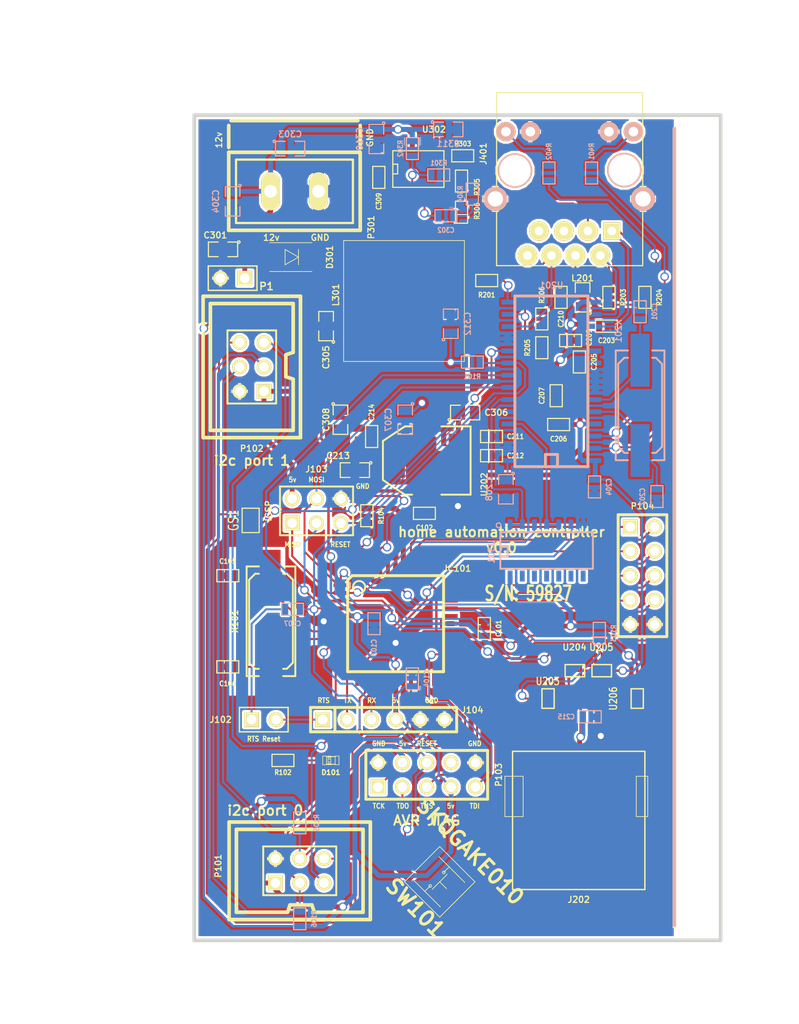
<source format=kicad_pcb>
(kicad_pcb (version 3) (host pcbnew "(2013-mar-13)-testing")
  (title_block (title "Short Main Board - SMB controller") (rev 0) (company "XPLDUINO project") (comment 1 "GNU GPL v2") (comment 2 "Domotic Open Source "))
  (layers (15 Dessus mixed) (0 Dessous mixed) (18 B.Paste user) (19 F.Paste user) (20 B.SilkS user) (21 F.SilkS user) (22 B.Mask user) (23 F.Mask user) (28 Edge.Cuts user))
  (net 0 "")
  (net 1 +12V)
  (net 2 +3.3V)
  (net 3 +5V)
  (net 4 /ADC0)
  (net 5 /ADC1)
  (net 6 /ADC2)
  (net 7 /ADC3)
  (net 8 /ADC4)
  (net 9 /ADC5)
  (net 10 /ADC6)
  (net 11 /ADC7)
  (net 12 /INT_I2C)
  (net 13 /RESET)
  (net 14 /SPARE)
  (net 15 CLK_33)
  (net 16 CS_33)
  (net 17 ETH_CS)
  (net 18 ETH_INT)
  (net 19 GND)
  (net 20 MISO_33)
  (net 21 MOSI_33)
  (net 22 N-000011)
  (net 23 N-000012)
  (net 24 N-000013)
  (net 25 N-000015)
  (net 26 N-000017)
  (net 27 N-000024)
  (net 28 N-000041)
  (net 29 N-000042)
  (net 30 N-000043)
  (net 31 N-000044)
  (net 32 N-000045)
  (net 33 N-000046)
  (net 34 N-000047)
  (net 35 N-000048)
  (net 36 N-000049)
  (net 37 N-000050)
  (net 38 N-000051)
  (net 39 N-000052)
  (net 40 N-000053)
  (net 41 N-000054)
  (net 42 N-000056)
  (net 43 N-000058)
  (net 44 N-000059)
  (net 45 N-000061)
  (net 46 N-000062)
  (net 47 N-000063)
  (net 48 N-000065)
  (net 49 N-000066)
  (net 50 N-000067)
  (net 51 N-000068)
  (net 52 RX)
  (net 53 SCL)
  (net 54 SDA)
  (net 55 SPI_CLK)
  (net 56 SPI_MISO)
  (net 57 SPI_MOSI)
  (net 58 TCK)
  (net 59 TDI)
  (net 60 TDO)
  (net 61 TMS)
  (net 62 TX)
  (net 63 uSD_CS)
  (module SOT353 (layer Dessus) (at 96.19996 160.79978)
    (fp_text reference U206 (at -2.49936 0 90) (layer F.SilkS) (effects (font (size 0.762 0.635) (thickness 0.127))))
    (fp_text value 74LVC1G126GW hide)
    (pad 1 smd rect (at -1.016 -0.635) (size 0.508 0.3048) (layers Dessus F.Paste F.Mask) (net 20 MISO_33))
    (pad 3 smd rect (at -1.016 0.635) (size 0.508 0.3048) (layers Dessus F.Paste F.Mask) (net 19 GND))
    (pad 5 smd rect (at 1.016 -0.635) (size 0.508 0.3048) (layers Dessus F.Paste F.Mask) (net 3 +5V))
    (pad 2 smd rect (at -1.016 0) (size 0.508 0.3048) (layers Dessus F.Paste F.Mask) (net 20 MISO_33))
    (pad 4 smd rect (at 1.016 0.635) (size 0.508 0.3048) (layers Dessus F.Paste F.Mask) (net 56 SPI_MISO))
  )
  (module SOT353 (layer Dessus) (at 92.49918 157.8991 270)
    (fp_text reference U205 (at -2.4511 0.04318 360) (layer F.SilkS) (effects (font (size 0.762 0.635) (thickness 0.127))))
    (fp_text value 74LVC1G126GW hide)
    (pad 1 smd rect (at -1.016 -0.635 270) (size 0.508 0.3048) (layers Dessus F.Paste F.Mask) (net 2 +3.3V))
    (pad 3 smd rect (at -1.016 0.635 270) (size 0.508 0.3048) (layers Dessus F.Paste F.Mask) (net 19 GND))
    (pad 5 smd rect (at 1.016 -0.635 270) (size 0.508 0.3048) (layers Dessus F.Paste F.Mask) (net 2 +3.3V))
    (pad 2 smd rect (at -1.016 0 270) (size 0.508 0.3048) (layers Dessus F.Paste F.Mask) (net 55 SPI_CLK))
    (pad 4 smd rect (at 1.016 0.635 270) (size 0.508 0.3048) (layers Dessus F.Paste F.Mask) (net 15 CLK_33))
  )
  (module SOT353 (layer Dessus) (at 89.7001 157.8991 270)
    (fp_text reference U204 (at -2.4511 0.0381 360) (layer F.SilkS) (effects (font (size 0.635 0.635) (thickness 0.127))))
    (fp_text value 74LVC1G126GW hide)
    (pad 1 smd rect (at -1.016 -0.635 270) (size 0.508 0.3048) (layers Dessus F.Paste F.Mask) (net 2 +3.3V))
    (pad 3 smd rect (at -1.016 0.635 270) (size 0.508 0.3048) (layers Dessus F.Paste F.Mask) (net 19 GND))
    (pad 5 smd rect (at 1.016 -0.635 270) (size 0.508 0.3048) (layers Dessus F.Paste F.Mask) (net 2 +3.3V))
    (pad 2 smd rect (at -1.016 0 270) (size 0.508 0.3048) (layers Dessus F.Paste F.Mask) (net 57 SPI_MOSI))
    (pad 4 smd rect (at 1.016 0.635 270) (size 0.508 0.3048) (layers Dessus F.Paste F.Mask) (net 21 MOSI_33))
  )
  (module SOT353 (layer Dessus) (at 86.90102 160.79978)
    (fp_text reference U203 (at -0.03302 -1.79578) (layer F.SilkS) (effects (font (size 0.762 0.635) (thickness 0.127))))
    (fp_text value 74LVC1G126GW hide)
    (pad 1 smd rect (at -1.016 -0.635) (size 0.508 0.3048) (layers Dessus F.Paste F.Mask) (net 2 +3.3V))
    (pad 3 smd rect (at -1.016 0.635) (size 0.508 0.3048) (layers Dessus F.Paste F.Mask) (net 19 GND))
    (pad 5 smd rect (at 1.016 -0.635) (size 0.508 0.3048) (layers Dessus F.Paste F.Mask) (net 2 +3.3V))
    (pad 2 smd rect (at -1.016 0) (size 0.508 0.3048) (layers Dessus F.Paste F.Mask) (net 63 uSD_CS))
    (pad 4 smd rect (at 1.016 0.635) (size 0.508 0.3048) (layers Dessus F.Paste F.Mask) (net 16 CS_33))
  )
  (module SM0805 (layer Dessus) (at 52.99964 114.00028 180)
    (fp_text reference C301 (at 0.80264 1.47828 180) (layer F.SilkS) (effects (font (size 0.635 0.635) (thickness 0.127))))
    (fp_text value 1uF hide)
    (pad 1 smd rect (at -0.9525 0 180) (size 0.889 1.397) (layers Dessus F.Paste F.Mask) (net 1 +12V))
    (pad 2 smd rect (at 0.9525 0 180) (size 0.889 1.397) (layers Dessus F.Paste F.Mask) (net 19 GND))
  )
  (module SM0805 (layer Dessus) (at 66.7512 136.99998 180)
    (fp_text reference C213 (at 1.75006 1.50114 180) (layer F.SilkS) (effects (font (size 0.635 0.635) (thickness 0.127))))
    (fp_text value 10uF hide)
    (pad 1 smd rect (at -0.9525 0 180) (size 0.889 1.397) (layers Dessus F.Paste F.Mask) (net 2 +3.3V))
    (pad 2 smd rect (at 0.9525 0 180) (size 0.889 1.397) (layers Dessus F.Paste F.Mask) (net 19 GND))
  )
  (module SM0805 (layer Dessous) (at 59.99988 103.49992)
    (fp_text reference C303 (at 0 -1.4986) (layer B.SilkS) (effects (font (size 0.635 0.635) (thickness 0.127)) (justify mirror)))
    (fp_text value 1uF hide)
    (pad 1 smd rect (at -0.9525 0) (size 0.889 1.397) (layers Dessous B.Paste B.Mask) (net 1 +12V))
    (pad 2 smd rect (at 0.9525 0) (size 0.889 1.397) (layers Dessous B.Paste B.Mask) (net 19 GND))
  )
  (module SM0805 (layer Dessous) (at 54.0004 108.99902 270)
    (fp_text reference C304 (at 0 1.75006 270) (layer B.SilkS) (effects (font (size 0.635 0.635) (thickness 0.127)) (justify mirror)))
    (fp_text value 1uF hide)
    (pad 1 smd rect (at -0.9525 0 270) (size 0.889 1.397) (layers Dessous B.Paste B.Mask) (net 1 +12V))
    (pad 2 smd rect (at 0.9525 0 270) (size 0.889 1.397) (layers Dessous B.Paste B.Mask) (net 19 GND))
  )
  (module SM0805 (layer Dessous) (at 82.4992 138.99896 270)
    (fp_text reference C208 (at 0 1.75006 270) (layer B.SilkS) (effects (font (size 0.635 0.635) (thickness 0.127)) (justify mirror)))
    (fp_text value 10uF hide)
    (pad 1 smd rect (at -0.9525 0 270) (size 0.889 1.397) (layers Dessous B.Paste B.Mask) (net 29 N-000042))
    (pad 2 smd rect (at 0.9525 0 270) (size 0.889 1.397) (layers Dessous B.Paste B.Mask) (net 19 GND))
  )
  (module SM0805 (layer Dessus) (at 63.74892 121.99874 90)
    (fp_text reference C305 (at -3.2512 0 90) (layer F.SilkS) (effects (font (size 0.635 0.635) (thickness 0.127))))
    (fp_text value 4.7uF hide)
    (pad 1 smd rect (at -0.9525 0 90) (size 0.889 1.397) (layers Dessus F.Paste F.Mask) (net 3 +5V))
    (pad 2 smd rect (at 0.9525 0 90) (size 0.889 1.397) (layers Dessus F.Paste F.Mask) (net 19 GND))
  )
  (module SM0805 (layer Dessus) (at 78.24978 131.0005)
    (fp_text reference C306 (at 3.2512 0) (layer F.SilkS) (effects (font (size 0.635 0.635) (thickness 0.127))))
    (fp_text value 4.7uF hide)
    (pad 1 smd rect (at -0.9525 0) (size 0.889 1.397) (layers Dessus F.Paste F.Mask) (net 3 +5V))
    (pad 2 smd rect (at 0.9525 0) (size 0.889 1.397) (layers Dessus F.Paste F.Mask) (net 19 GND))
  )
  (module SM0805 (layer Dessous) (at 71.99884 131.7498 270)
    (fp_text reference C307 (at 0 1.75006 270) (layer B.SilkS) (effects (font (size 0.635 0.635) (thickness 0.127)) (justify mirror)))
    (fp_text value 4.7uF hide)
    (pad 1 smd rect (at -0.9525 0 270) (size 0.889 1.397) (layers Dessous B.Paste B.Mask) (net 3 +5V))
    (pad 2 smd rect (at 0.9525 0 270) (size 0.889 1.397) (layers Dessous B.Paste B.Mask) (net 19 GND))
  )
  (module SM0805 (layer Dessus) (at 65.25006 131.7498 270)
    (fp_text reference C308 (at 0 1.50114 270) (layer F.SilkS) (effects (font (size 0.635 0.635) (thickness 0.127))))
    (fp_text value 4.7uF hide)
    (pad 1 smd rect (at -0.9525 0 270) (size 0.889 1.397) (layers Dessus F.Paste F.Mask) (net 3 +5V))
    (pad 2 smd rect (at 0.9525 0 270) (size 0.889 1.397) (layers Dessus F.Paste F.Mask) (net 19 GND))
  )
  (module SM0805 (layer Dessous) (at 68.9991 102.49916 270)
    (fp_text reference C310 (at 0 1.75006 270) (layer B.SilkS) (effects (font (size 0.635 0.635) (thickness 0.127)) (justify mirror)))
    (fp_text value 1uF hide)
    (pad 1 smd rect (at -0.9525 0 270) (size 0.889 1.397) (layers Dessous B.Paste B.Mask) (net 1 +12V))
    (pad 2 smd rect (at 0.9525 0 270) (size 0.889 1.397) (layers Dessous B.Paste B.Mask) (net 19 GND))
  )
  (module SM0805 (layer Dessous) (at 76.49972 101.50094)
    (fp_text reference C311 (at 0 1.4986) (layer B.SilkS) (effects (font (size 0.635 0.635) (thickness 0.127)) (justify mirror)))
    (fp_text value 1uF hide)
    (pad 1 smd rect (at -0.9525 0) (size 0.889 1.397) (layers Dessous B.Paste B.Mask) (net 1 +12V))
    (pad 2 smd rect (at 0.9525 0) (size 0.889 1.397) (layers Dessous B.Paste B.Mask) (net 19 GND))
  )
  (module SM0805 (layer Dessous) (at 76.75118 121.74982 90)
    (fp_text reference C312 (at 0 1.75006 90) (layer B.SilkS) (effects (font (size 0.635 0.635) (thickness 0.127)) (justify mirror)))
    (fp_text value 4.7uF hide)
    (pad 1 smd rect (at -0.9525 0 90) (size 0.889 1.397) (layers Dessous B.Paste B.Mask) (net 3 +5V))
    (pad 2 smd rect (at 0.9525 0 90) (size 0.889 1.397) (layers Dessous B.Paste B.Mask) (net 19 GND))
  )
  (module SM0603 (layer Dessous) (at 61.00064 183.75122 90)
    (fp_text reference R106 (at 0 1.4986 90) (layer B.SilkS) (effects (font (size 0.508 0.4572) (thickness 0.1143)) (justify mirror)))
    (fp_text value R hide)
    (pad 1 smd rect (at -0.762 0 90) (size 0.635 1.143) (layers Dessous B.Paste B.Mask) (net 3 +5V))
    (pad 2 smd rect (at 0.762 0 90) (size 0.635 1.143) (layers Dessous B.Paste B.Mask) (net 53 SCL))
  )
  (module SM0603 (layer Dessous) (at 92.25026 154.0002 270)
    (fp_text reference R103 (at 0 -1.4986 270) (layer B.SilkS) (effects (font (size 0.508 0.4572) (thickness 0.1143)) (justify mirror)))
    (fp_text value 10k hide)
    (pad 1 smd rect (at -0.762 0 270) (size 0.635 1.143) (layers Dessous B.Paste B.Mask) (net 3 +5V))
    (pad 2 smd rect (at 0.762 0 270) (size 0.635 1.143) (layers Dessous B.Paste B.Mask) (net 63 uSD_CS))
  )
  (module SM0603 (layer Dessus) (at 59.25058 167.24884 180)
    (fp_text reference R102 (at 0 -1.25222 180) (layer F.SilkS) (effects (font (size 0.508 0.4572) (thickness 0.1143))))
    (fp_text value 3.3kR hide)
    (pad 1 smd rect (at -0.762 0 180) (size 0.635 1.143) (layers Dessus F.Paste F.Mask) (net 22 N-000011))
    (pad 2 smd rect (at 0.762 0 180) (size 0.635 1.143) (layers Dessus F.Paste F.Mask) (net 19 GND))
  )
  (module SM0603 (layer Dessous) (at 78.99908 125.75032)
    (fp_text reference R101 (at 0 1.4986) (layer B.SilkS) (effects (font (size 0.508 0.4572) (thickness 0.1143)) (justify mirror)))
    (fp_text value 10k hide)
    (pad 1 smd rect (at -0.762 0) (size 0.635 1.143) (layers Dessous B.Paste B.Mask) (net 3 +5V))
    (pad 2 smd rect (at 0.762 0) (size 0.635 1.143) (layers Dessous B.Paste B.Mask) (net 17 ETH_CS))
  )
  (module SM0603 (layer Dessus) (at 68.00088 141.74978 270)
    (fp_text reference R104 (at 0 -1.4986 270) (layer F.SilkS) (effects (font (size 0.508 0.4572) (thickness 0.1143))))
    (fp_text value 10k hide)
    (pad 1 smd rect (at -0.762 0 270) (size 0.635 1.143) (layers Dessus F.Paste F.Mask) (net 3 +5V))
    (pad 2 smd rect (at 0.762 0 270) (size 0.635 1.143) (layers Dessus F.Paste F.Mask) (net 13 /RESET))
  )
  (module SM0603 (layer Dessous) (at 61.00064 173.75124 270)
    (fp_text reference R105 (at 0 -1.75006 270) (layer B.SilkS) (effects (font (size 0.508 0.4572) (thickness 0.1143)) (justify mirror)))
    (fp_text value R hide)
    (pad 1 smd rect (at -0.762 0 270) (size 0.635 1.143) (layers Dessous B.Paste B.Mask) (net 3 +5V))
    (pad 2 smd rect (at 0.762 0 270) (size 0.635 1.143) (layers Dessous B.Paste B.Mask) (net 54 SDA))
  )
  (module SM0603 (layer Dessus) (at 80.24876 153.49982 90)
    (fp_text reference C101 (at 0 1.50114 90) (layer F.SilkS) (effects (font (size 0.508 0.4572) (thickness 0.1143))))
    (fp_text value 0.1uF hide)
    (pad 1 smd rect (at -0.762 0 90) (size 0.635 1.143) (layers Dessus F.Paste F.Mask) (net 3 +5V))
    (pad 2 smd rect (at 0.762 0 90) (size 0.635 1.143) (layers Dessus F.Paste F.Mask) (net 19 GND))
  )
  (module SM0603 (layer Dessus) (at 80.50022 117.24894 180)
    (fp_text reference R201 (at 0 -1.50114 180) (layer F.SilkS) (effects (font (size 0.508 0.4572) (thickness 0.1143))))
    (fp_text value 2k7 hide)
    (pad 1 smd rect (at -0.762 0 180) (size 0.635 1.143) (layers Dessus F.Paste F.Mask) (net 42 N-000056))
    (pad 2 smd rect (at 0.762 0 180) (size 0.635 1.143) (layers Dessus F.Paste F.Mask) (net 19 GND))
  )
  (module SM0603 (layer Dessus) (at 93.25102 118.999 90)
    (fp_text reference R203 (at 0 1.4986 90) (layer F.SilkS) (effects (font (size 0.508 0.4572) (thickness 0.1143))))
    (fp_text value 50 hide)
    (pad 1 smd rect (at -0.762 0 90) (size 0.635 1.143) (layers Dessus F.Paste F.Mask) (net 32 N-000045))
    (pad 2 smd rect (at 0.762 0 90) (size 0.635 1.143) (layers Dessus F.Paste F.Mask) (net 36 N-000049))
  )
  (module SM0603 (layer Dessus) (at 97.00006 118.999 90)
    (fp_text reference R204 (at 0 1.50114 90) (layer F.SilkS) (effects (font (size 0.508 0.4572) (thickness 0.1143))))
    (fp_text value 50 hide)
    (pad 1 smd rect (at -0.762 0 90) (size 0.635 1.143) (layers Dessus F.Paste F.Mask) (net 32 N-000045))
    (pad 2 smd rect (at 0.762 0 90) (size 0.635 1.143) (layers Dessus F.Paste F.Mask) (net 33 N-000046))
  )
  (module SM0603 (layer Dessus) (at 86.25078 124.24918 90)
    (fp_text reference R205 (at 0 -1.50114 90) (layer F.SilkS) (effects (font (size 0.508 0.4572) (thickness 0.1143))))
    (fp_text value 50 hide)
    (pad 1 smd rect (at -0.762 0 90) (size 0.635 1.143) (layers Dessus F.Paste F.Mask) (net 39 N-000052))
    (pad 2 smd rect (at 0.762 0 90) (size 0.635 1.143) (layers Dessus F.Paste F.Mask) (net 40 N-000053))
  )
  (module SM0603 (layer Dessus) (at 86.25078 121.24944 270)
    (fp_text reference R206 (at -2.49936 0 270) (layer F.SilkS) (effects (font (size 0.508 0.4572) (thickness 0.1143))))
    (fp_text value 50 hide)
    (pad 1 smd rect (at -0.762 0 270) (size 0.635 1.143) (layers Dessus F.Paste F.Mask) (net 34 N-000047))
    (pad 2 smd rect (at 0.762 0 270) (size 0.635 1.143) (layers Dessus F.Paste F.Mask) (net 40 N-000053))
  )
  (module SM0603 (layer Dessous) (at 75.49896 106.25074)
    (fp_text reference R301 (at 0 -1.24968) (layer B.SilkS) (effects (font (size 0.508 0.4572) (thickness 0.1143)) (justify mirror)))
    (fp_text value 17.4k hide)
    (pad 1 smd rect (at -0.762 0) (size 0.635 1.143) (layers Dessous B.Paste B.Mask) (net 51 N-000068))
    (pad 2 smd rect (at 0.762 0) (size 0.635 1.143) (layers Dessous B.Paste B.Mask) (net 19 GND))
  )
  (module SM0603 (layer Dessous) (at 72.75068 103.49992 270)
    (fp_text reference R302 (at 0 1.24968 270) (layer B.SilkS) (effects (font (size 0.508 0.4572) (thickness 0.1143)) (justify mirror)))
    (fp_text value 100k hide)
    (pad 1 smd rect (at -0.762 0 270) (size 0.635 1.143) (layers Dessous B.Paste B.Mask) (net 1 +12V))
    (pad 2 smd rect (at 0.762 0 270) (size 0.635 1.143) (layers Dessous B.Paste B.Mask) (net 51 N-000068))
  )
  (module SM0603 (layer Dessus) (at 78.00086 104.24922)
    (fp_text reference R303 (at 0 -1.24968) (layer F.SilkS) (effects (font (size 0.508 0.4572) (thickness 0.1143))))
    (fp_text value 200k hide)
    (pad 1 smd rect (at -0.762 0) (size 0.635 1.143) (layers Dessus F.Paste F.Mask) (net 48 N-000065))
    (pad 2 smd rect (at 0.762 0) (size 0.635 1.143) (layers Dessus F.Paste F.Mask) (net 19 GND))
  )
  (module SM0603 (layer Dessous) (at 78.99908 108.24972 90)
    (fp_text reference R304 (at 0 -1.24968 90) (layer B.SilkS) (effects (font (size 0.508 0.4572) (thickness 0.1143)) (justify mirror)))
    (fp_text value 158k hide)
    (pad 1 smd rect (at -0.762 0 90) (size 0.635 1.143) (layers Dessous B.Paste B.Mask) (net 46 N-000062))
    (pad 2 smd rect (at 0.762 0 90) (size 0.635 1.143) (layers Dessous B.Paste B.Mask) (net 19 GND))
  )
  (module SM0603 (layer Dessus) (at 77.8764 106.88066 90)
    (fp_text reference R305 (at -0.61976 1.62306 90) (layer F.SilkS) (effects (font (size 0.508 0.4572) (thickness 0.1143))))
    (fp_text value 40.2k hide)
    (pad 1 smd rect (at -0.762 0 90) (size 0.635 1.143) (layers Dessus F.Paste F.Mask) (net 49 N-000066))
    (pad 2 smd rect (at 0.762 0 90) (size 0.635 1.143) (layers Dessus F.Paste F.Mask) (net 19 GND))
  )
  (module SM0603 (layer Dessus) (at 77.8764 110.12932 270)
    (fp_text reference R306 (at -0.12954 -1.62306 270) (layer F.SilkS) (effects (font (size 0.508 0.4572) (thickness 0.1143))))
    (fp_text value 210k hide)
    (pad 1 smd rect (at -0.762 0 270) (size 0.635 1.143) (layers Dessus F.Paste F.Mask) (net 49 N-000066))
    (pad 2 smd rect (at 0.762 0 270) (size 0.635 1.143) (layers Dessus F.Paste F.Mask) (net 3 +5V))
  )
  (module SM0603 (layer Dessous) (at 91.3003 162.6997 180)
    (fp_text reference C215 (at 2.49936 0 180) (layer B.SilkS) (effects (font (size 0.508 0.4572) (thickness 0.1143)) (justify mirror)))
    (fp_text value 0.1uF hide)
    (pad 1 smd rect (at -0.762 0 180) (size 0.635 1.143) (layers Dessous B.Paste B.Mask) (net 19 GND))
    (pad 2 smd rect (at 0.762 0 180) (size 0.635 1.143) (layers Dessous B.Paste B.Mask) (net 2 +3.3V))
  )
  (module SM0603 (layer Dessous) (at 98.24974 139.7508 270)
    (fp_text reference C202 (at 0 1.4986 270) (layer B.SilkS) (effects (font (size 0.508 0.4572) (thickness 0.1143)) (justify mirror)))
    (fp_text value 18pF hide)
    (pad 1 smd rect (at -0.762 0 270) (size 0.635 1.143) (layers Dessous B.Paste B.Mask) (net 43 N-000058))
    (pad 2 smd rect (at 0.762 0 270) (size 0.635 1.143) (layers Dessous B.Paste B.Mask) (net 19 GND))
  )
  (module SM0603 (layer Dessus) (at 92.99956 121.99874 180)
    (fp_text reference C203 (at 0 -1.50114 180) (layer F.SilkS) (effects (font (size 0.508 0.4572) (thickness 0.1143))))
    (fp_text value 0.1uF hide)
    (pad 1 smd rect (at -0.762 0 180) (size 0.635 1.143) (layers Dessus F.Paste F.Mask) (net 19 GND))
    (pad 2 smd rect (at 0.762 0 180) (size 0.635 1.143) (layers Dessus F.Paste F.Mask) (net 2 +3.3V))
  )
  (module SM0603 (layer Dessous) (at 91.74988 138.75004 90)
    (fp_text reference C204 (at 0 1.50114 90) (layer B.SilkS) (effects (font (size 0.508 0.4572) (thickness 0.1143)) (justify mirror)))
    (fp_text value 0.1uF hide)
    (pad 1 smd rect (at -0.762 0 90) (size 0.635 1.143) (layers Dessous B.Paste B.Mask) (net 19 GND))
    (pad 2 smd rect (at 0.762 0 90) (size 0.635 1.143) (layers Dessous B.Paste B.Mask) (net 2 +3.3V))
  )
  (module SM0603 (layer Dessus) (at 90.17 125.73 90)
    (fp_text reference C205 (at 0 1.524 90) (layer F.SilkS) (effects (font (size 0.508 0.4572) (thickness 0.1143))))
    (fp_text value 0.1uF hide)
    (pad 1 smd rect (at -0.762 0 90) (size 0.635 1.143) (layers Dessus F.Paste F.Mask) (net 2 +3.3V))
    (pad 2 smd rect (at 0.762 0 90) (size 0.635 1.143) (layers Dessus F.Paste F.Mask) (net 19 GND))
  )
  (module SM0603 (layer Dessus) (at 88.00084 132.25018 180)
    (fp_text reference C206 (at 0 -1.4986 180) (layer F.SilkS) (effects (font (size 0.508 0.4572) (thickness 0.1143))))
    (fp_text value 0.1uF hide)
    (pad 1 smd rect (at -0.762 0 180) (size 0.635 1.143) (layers Dessus F.Paste F.Mask) (net 2 +3.3V))
    (pad 2 smd rect (at 0.762 0 180) (size 0.635 1.143) (layers Dessus F.Paste F.Mask) (net 19 GND))
  )
  (module SM0603 (layer Dessus) (at 87.74938 129.25044 270)
    (fp_text reference C207 (at 0 1.4986 270) (layer F.SilkS) (effects (font (size 0.508 0.4572) (thickness 0.1143))))
    (fp_text value 0.1uF hide)
    (pad 1 smd rect (at -0.762 0 270) (size 0.635 1.143) (layers Dessus F.Paste F.Mask) (net 2 +3.3V))
    (pad 2 smd rect (at 0.762 0 270) (size 0.635 1.143) (layers Dessus F.Paste F.Mask) (net 19 GND))
  )
  (module SM0603 (layer Dessus) (at 89.25052 123.49988)
    (fp_text reference C209 (at 1.93548 -0.30988 90) (layer F.SilkS) (effects (font (size 0.508 0.4572) (thickness 0.1143))))
    (fp_text value 100nF hide)
    (pad 1 smd rect (at -0.762 0) (size 0.635 1.143) (layers Dessus F.Paste F.Mask) (net 40 N-000053))
    (pad 2 smd rect (at 0.762 0) (size 0.635 1.143) (layers Dessus F.Paste F.Mask) (net 19 GND))
  )
  (module SM0603 (layer Dessus) (at 88.24976 118.999 270)
    (fp_text reference C210 (at 2.25044 0 270) (layer F.SilkS) (effects (font (size 0.508 0.4572) (thickness 0.1143))))
    (fp_text value 100nF hide)
    (pad 1 smd rect (at -0.762 0 270) (size 0.635 1.143) (layers Dessus F.Paste F.Mask) (net 32 N-000045))
    (pad 2 smd rect (at 0.762 0 270) (size 0.635 1.143) (layers Dessus F.Paste F.Mask) (net 19 GND))
  )
  (module SM0603 (layer Dessus) (at 81.0006 133.49986)
    (fp_text reference C211 (at 2.49936 0) (layer F.SilkS) (effects (font (size 0.508 0.4572) (thickness 0.1143))))
    (fp_text value 10nF hide)
    (pad 1 smd rect (at -0.762 0) (size 0.635 1.143) (layers Dessus F.Paste F.Mask) (net 3 +5V))
    (pad 2 smd rect (at 0.762 0) (size 0.635 1.143) (layers Dessus F.Paste F.Mask) (net 19 GND))
  )
  (module SM0603 (layer Dessus) (at 81.0006 135.49884)
    (fp_text reference C212 (at 2.49936 0) (layer F.SilkS) (effects (font (size 0.508 0.4572) (thickness 0.1143))))
    (fp_text value 100nF hide)
    (pad 1 smd rect (at -0.762 0) (size 0.635 1.143) (layers Dessus F.Paste F.Mask) (net 3 +5V))
    (pad 2 smd rect (at 0.762 0) (size 0.635 1.143) (layers Dessus F.Paste F.Mask) (net 19 GND))
  )
  (module SM0603 (layer Dessus) (at 68.50126 133.49986 90)
    (fp_text reference C214 (at 2.49936 0 90) (layer F.SilkS) (effects (font (size 0.508 0.4572) (thickness 0.1143))))
    (fp_text value 100nF hide)
    (pad 1 smd rect (at -0.762 0 90) (size 0.635 1.143) (layers Dessus F.Paste F.Mask) (net 2 +3.3V))
    (pad 2 smd rect (at 0.762 0 90) (size 0.635 1.143) (layers Dessus F.Paste F.Mask) (net 19 GND))
  )
  (module SM0603 (layer Dessous) (at 76.2508 110.50016)
    (fp_text reference C302 (at 0 1.4986) (layer B.SilkS) (effects (font (size 0.508 0.4572) (thickness 0.1143)) (justify mirror)))
    (fp_text value 150pF hide)
    (pad 1 smd rect (at -0.762 0) (size 0.635 1.143) (layers Dessous B.Paste B.Mask) (net 50 N-000067))
    (pad 2 smd rect (at 0.762 0) (size 0.635 1.143) (layers Dessous B.Paste B.Mask) (net 46 N-000062))
  )
  (module SM0603 (layer Dessus) (at 69.25056 106.49966 270)
    (fp_text reference C309 (at 2.49936 0 270) (layer F.SilkS) (effects (font (size 0.508 0.4572) (thickness 0.1143))))
    (fp_text value 100nF hide)
    (pad 1 smd rect (at -0.762 0 270) (size 0.635 1.143) (layers Dessus F.Paste F.Mask) (net 47 N-000063))
    (pad 2 smd rect (at 0.762 0 270) (size 0.635 1.143) (layers Dessus F.Paste F.Mask) (net 45 N-000061))
  )
  (module SM0603 (layer Dessus) (at 53.50002 148.00072 180)
    (fp_text reference C105 (at 0 1.50114 180) (layer F.SilkS) (effects (font (size 0.508 0.4572) (thickness 0.1143))))
    (fp_text value 18pF hide)
    (pad 1 smd rect (at -0.762 0 180) (size 0.635 1.143) (layers Dessus F.Paste F.Mask) (net 26 N-000017))
    (pad 2 smd rect (at 0.762 0 180) (size 0.635 1.143) (layers Dessus F.Paste F.Mask) (net 19 GND))
  )
  (module SM0603 (layer Dessous) (at 72.75068 158.75 270)
    (fp_text reference C104 (at 0 -1.4986 270) (layer B.SilkS) (effects (font (size 0.508 0.4572) (thickness 0.1143)) (justify mirror)))
    (fp_text value 0.1uF hide)
    (pad 1 smd rect (at -0.762 0 270) (size 0.635 1.143) (layers Dessous B.Paste B.Mask) (net 19 GND))
    (pad 2 smd rect (at 0.762 0 270) (size 0.635 1.143) (layers Dessous B.Paste B.Mask) (net 3 +5V))
  )
  (module SM0603 (layer Dessous) (at 68.75018 152.99944 270)
    (fp_text reference C103 (at 2.49936 0 270) (layer B.SilkS) (effects (font (size 0.508 0.4572) (thickness 0.1143)) (justify mirror)))
    (fp_text value 0.1uF hide)
    (pad 1 smd rect (at -0.762 0 270) (size 0.635 1.143) (layers Dessous B.Paste B.Mask) (net 3 +5V))
    (pad 2 smd rect (at 0.762 0 270) (size 0.635 1.143) (layers Dessous B.Paste B.Mask) (net 19 GND))
  )
  (module SM0603 (layer Dessus) (at 74.00036 141.50086)
    (fp_text reference C102 (at 0 1.4986) (layer F.SilkS) (effects (font (size 0.508 0.4572) (thickness 0.1143))))
    (fp_text value 0.1uF hide)
    (pad 1 smd rect (at -0.762 0) (size 0.635 1.143) (layers Dessus F.Paste F.Mask) (net 3 +5V))
    (pad 2 smd rect (at 0.762 0) (size 0.635 1.143) (layers Dessus F.Paste F.Mask) (net 19 GND))
  )
  (module SM0603 (layer Dessous) (at 96.49968 120.50014 90)
    (fp_text reference C201 (at 0 1.50114 90) (layer B.SilkS) (effects (font (size 0.508 0.4572) (thickness 0.1143)) (justify mirror)))
    (fp_text value 18pF hide)
    (pad 1 smd rect (at -0.762 0 90) (size 0.635 1.143) (layers Dessous B.Paste B.Mask) (net 44 N-000059))
    (pad 2 smd rect (at 0.762 0 90) (size 0.635 1.143) (layers Dessous B.Paste B.Mask) (net 19 GND))
  )
  (module SM0603 (layer Dessous) (at 60.2488 151.50084)
    (fp_text reference C107 (at 0 1.4986) (layer B.SilkS) (effects (font (size 0.508 0.4572) (thickness 0.1143)) (justify mirror)))
    (fp_text value 0.1uF hide)
    (pad 1 smd rect (at -0.762 0) (size 0.635 1.143) (layers Dessous B.Paste B.Mask) (net 24 N-000013))
    (pad 2 smd rect (at 0.762 0) (size 0.635 1.143) (layers Dessous B.Paste B.Mask) (net 13 /RESET))
  )
  (module SM0603 (layer Dessus) (at 53.50002 157.50032 180)
    (fp_text reference C106 (at 0 -1.75006 180) (layer F.SilkS) (effects (font (size 0.508 0.4572) (thickness 0.1143))))
    (fp_text value 18pF hide)
    (pad 1 smd rect (at -0.762 0 180) (size 0.635 1.143) (layers Dessus F.Paste F.Mask) (net 28 N-000041))
    (pad 2 smd rect (at 0.762 0 180) (size 0.635 1.143) (layers Dessus F.Paste F.Mask) (net 19 GND))
  )
  (module LED-0603 (layer Dessus) (at 64.2493 167.24884 180)
    (fp_text reference D101 (at 0 -1.25222 180) (layer F.SilkS) (effects (font (size 0.508 0.508) (thickness 0.127))))
    (fp_text value LED hide)
    (pad 1 smd rect (at -0.7493 0 180) (size 0.79756 0.79756) (layers Dessus F.Paste F.Mask) (net 27 N-000024))
    (pad 2 smd rect (at 0.7493 0 180) (size 0.79756 0.79756) (layers Dessus F.Paste F.Mask) (net 22 N-000011))
  )
  (module SO8E (layer Dessus) (at 73.37552 105.62844)
    (fp_text reference U302 (at 1.6256 -4.1275) (layer F.SilkS) (effects (font (size 0.635 0.635) (thickness 0.127))))
    (fp_text value MP2562DS hide)
    (pad 8 smd rect (at -1.905 -2.667) (size 0.508 1.143) (layers Dessus F.Paste F.Mask) (net 47 N-000063))
    (pad 1 smd rect (at -1.905 2.667) (size 0.508 1.143) (layers Dessus F.Paste F.Mask) (net 45 N-000061))
    (pad 7 smd rect (at -0.635 -2.667) (size 0.508 1.143) (layers Dessus F.Paste F.Mask) (net 1 +12V))
    (pad 6 smd rect (at 0.635 -2.667) (size 0.508 1.143) (layers Dessus F.Paste F.Mask) (net 48 N-000065))
    (pad 5 smd rect (at 1.905 -2.667) (size 0.508 1.143) (layers Dessus F.Paste F.Mask) (net 19 GND))
    (pad 2 smd rect (at -0.635 2.667) (size 0.508 1.143) (layers Dessus F.Paste F.Mask) (net 51 N-000068))
    (pad 3 smd rect (at 0.635 2.667) (size 0.508 1.143) (layers Dessus F.Paste F.Mask) (net 50 N-000067))
    (pad 4 smd rect (at 1.905 2.667) (size 0.508 1.143) (layers Dessus F.Paste F.Mask) (net 49 N-000066))
  )
  (module DM3CS-SF (layer Dessus) (at 90.09888 173.49978 180)
    (fp_text reference J202 (at 0 -8.24992 180) (layer F.SilkS) (effects (font (size 0.635 0.635) (thickness 0.127))))
    (fp_text value USD_CONN hide)
    (pad 1 smd rect (at 3.2004 6.4008 180) (size 0.70104 1.50114) (layers Dessus F.Paste F.Mask))
    (pad 2 smd rect (at 2.10058 6.4008 180) (size 0.70104 1.50114) (layers Dessus F.Paste F.Mask) (net 16 CS_33))
    (pad 3 smd rect (at 1.00076 6.4008 180) (size 0.70104 1.50114) (layers Dessus F.Paste F.Mask) (net 21 MOSI_33))
    (pad 4 smd rect (at -0.09906 6.4008 180) (size 0.70104 1.50114) (layers Dessus F.Paste F.Mask) (net 2 +3.3V))
    (pad 5 smd rect (at -1.19888 6.4008 180) (size 0.70104 1.50114) (layers Dessus F.Paste F.Mask) (net 15 CLK_33))
    (pad 6 smd rect (at -2.30124 6.4008 180) (size 0.70104 1.50114) (layers Dessus F.Paste F.Mask) (net 19 GND))
    (pad 7 smd rect (at -3.40106 6.4008 180) (size 0.70104 1.50114) (layers Dessus F.Paste F.Mask) (net 20 MISO_33))
    (pad 8 smd rect (at -4.50088 6.4008 180) (size 0.70104 1.50114) (layers Dessus F.Paste F.Mask))
    (pad 0 smd rect (at 6.70052 6.20014 180) (size 1.50114 2.60096) (layers Dessus F.Paste F.Mask))
    (pad 0 smd rect (at -6.59892 6.20014 180) (size 1.00076 2.60096) (layers Dessus F.Paste F.Mask))
    (pad 0 smd rect (at 4.20116 -6.70052 180) (size 1.19888 1.19888) (layers Dessus F.Paste F.Mask))
  )
  (module TQFP44 (layer Dessus) (at 71.00062 152.99944)
    (fp_text reference IC101 (at 6.49986 -5.75056) (layer F.SilkS) (effects (font (size 0.635 0.635) (thickness 0.127))))
    (fp_text value ATMEGA1284-A hide)
    (pad 39 smd rect (at 0 -5.715) (size 0.4064 1.524) (layers Dessus F.Paste F.Mask) (net 19 GND))
    (pad 40 smd rect (at -0.8001 -5.715) (size 0.4064 1.524) (layers Dessus F.Paste F.Mask))
    (pad 41 smd rect (at -1.6002 -5.715) (size 0.4064 1.524) (layers Dessus F.Paste F.Mask))
    (pad 42 smd rect (at -2.4003 -5.715) (size 0.4064 1.524) (layers Dessus F.Paste F.Mask) (net 25 N-000015))
    (pad 43 smd rect (at -3.2004 -5.715) (size 0.4064 1.524) (layers Dessus F.Paste F.Mask) (net 63 uSD_CS))
    (pad 44 smd rect (at -4.0005 -5.715) (size 0.4064 1.524) (layers Dessus F.Paste F.Mask) (net 17 ETH_CS))
    (pad 38 smd rect (at 0.8001 -5.715) (size 0.4064 1.524) (layers Dessus F.Paste F.Mask) (net 3 +5V))
    (pad 37 smd rect (at 1.6002 -5.715) (size 0.4064 1.524) (layers Dessus F.Paste F.Mask) (net 4 /ADC0))
    (pad 36 smd rect (at 2.4003 -5.715) (size 0.4064 1.524) (layers Dessus F.Paste F.Mask) (net 5 /ADC1))
    (pad 35 smd rect (at 3.2004 -5.715) (size 0.4064 1.524) (layers Dessus F.Paste F.Mask) (net 6 /ADC2))
    (pad 34 smd rect (at 4.0005 -5.715) (size 0.4064 1.524) (layers Dessus F.Paste F.Mask) (net 7 /ADC3))
    (pad 17 smd rect (at 0 5.715) (size 0.4064 1.524) (layers Dessus F.Paste F.Mask) (net 3 +5V))
    (pad 16 smd rect (at -0.8001 5.715) (size 0.4064 1.524) (layers Dessus F.Paste F.Mask))
    (pad 15 smd rect (at -1.6002 5.715) (size 0.4064 1.524) (layers Dessus F.Paste F.Mask))
    (pad 14 smd rect (at -2.4003 5.715) (size 0.4064 1.524) (layers Dessus F.Paste F.Mask))
    (pad 13 smd rect (at -3.2004 5.715) (size 0.4064 1.524) (layers Dessus F.Paste F.Mask) (net 27 N-000024))
    (pad 12 smd rect (at -4.0005 5.715) (size 0.4064 1.524) (layers Dessus F.Paste F.Mask) (net 18 ETH_INT))
    (pad 18 smd rect (at 0.8001 5.715) (size 0.4064 1.524) (layers Dessus F.Paste F.Mask) (net 19 GND))
    (pad 19 smd rect (at 1.6002 5.715) (size 0.4064 1.524) (layers Dessus F.Paste F.Mask) (net 53 SCL))
    (pad 20 smd rect (at 2.4003 5.715) (size 0.4064 1.524) (layers Dessus F.Paste F.Mask) (net 54 SDA))
    (pad 21 smd rect (at 3.2004 5.715) (size 0.4064 1.524) (layers Dessus F.Paste F.Mask) (net 58 TCK))
    (pad 22 smd rect (at 4.0005 5.715) (size 0.4064 1.524) (layers Dessus F.Paste F.Mask) (net 61 TMS))
    (pad 6 smd rect (at -5.715 0) (size 1.524 0.4064) (layers Dessus F.Paste F.Mask) (net 19 GND))
    (pad 28 smd rect (at 5.715 0) (size 1.524 0.4064) (layers Dessus F.Paste F.Mask) (net 19 GND))
    (pad 7 smd rect (at -5.715 0.8001) (size 1.524 0.4064) (layers Dessus F.Paste F.Mask) (net 26 N-000017))
    (pad 27 smd rect (at 5.715 0.8001) (size 1.524 0.4064) (layers Dessus F.Paste F.Mask) (net 3 +5V))
    (pad 26 smd rect (at 5.715 1.6002) (size 1.524 0.4064) (layers Dessus F.Paste F.Mask))
    (pad 8 smd rect (at -5.715 1.6002) (size 1.524 0.4064) (layers Dessus F.Paste F.Mask) (net 28 N-000041))
    (pad 9 smd rect (at -5.715 2.4003) (size 1.524 0.4064) (layers Dessus F.Paste F.Mask) (net 52 RX))
    (pad 25 smd rect (at 5.715 2.4003) (size 1.524 0.4064) (layers Dessus F.Paste F.Mask))
    (pad 24 smd rect (at 5.715 3.2004) (size 1.524 0.4064) (layers Dessus F.Paste F.Mask) (net 59 TDI))
    (pad 10 smd rect (at -5.715 3.2004) (size 1.524 0.4064) (layers Dessus F.Paste F.Mask) (net 62 TX))
    (pad 11 smd rect (at -5.715 4.0005) (size 1.524 0.4064) (layers Dessus F.Paste F.Mask) (net 12 /INT_I2C))
    (pad 23 smd rect (at 5.715 4.0005) (size 1.524 0.4064) (layers Dessus F.Paste F.Mask) (net 60 TDO))
    (pad 29 smd rect (at 5.715 -0.8001) (size 1.524 0.4064) (layers Dessus F.Paste F.Mask))
    (pad 5 smd rect (at -5.715 -0.8001) (size 1.524 0.4064) (layers Dessus F.Paste F.Mask) (net 3 +5V))
    (pad 4 smd rect (at -5.715 -1.6002) (size 1.524 0.4064) (layers Dessus F.Paste F.Mask) (net 13 /RESET))
    (pad 30 smd rect (at 5.715 -1.6002) (size 1.524 0.4064) (layers Dessus F.Paste F.Mask) (net 11 /ADC7))
    (pad 31 smd rect (at 5.715 -2.4003) (size 1.524 0.4064) (layers Dessus F.Paste F.Mask) (net 10 /ADC6))
    (pad 3 smd rect (at -5.715 -2.4003) (size 1.524 0.4064) (layers Dessus F.Paste F.Mask) (net 55 SPI_CLK))
    (pad 2 smd rect (at -5.715 -3.2004) (size 1.524 0.4064) (layers Dessus F.Paste F.Mask) (net 56 SPI_MISO))
    (pad 32 smd rect (at 5.715 -3.2004) (size 1.524 0.4064) (layers Dessus F.Paste F.Mask) (net 9 /ADC5))
    (pad 33 smd rect (at 5.715 -4.0005) (size 1.524 0.4064) (layers Dessus F.Paste F.Mask) (net 8 /ADC4))
    (pad 1 smd rect (at -5.715 -4.0005) (size 1.524 0.4064) (layers Dessus F.Paste F.Mask) (net 57 SPI_MOSI))
  )
  (module pin_array_3x2 (layer Dessus) (at 62.7507 141.2494)
    (fp_text reference J103 (at -0.0127 -4.3434) (layer F.SilkS) (effects (font (size 0.635 0.635) (thickness 0.127))))
    (fp_text value ICSP hide)
    (pad 1 thru_hole rect (at -2.54 1.27) (size 1.524 1.524) (drill 1.016) (layers *.Cu *.Mask F.SilkS) (net 56 SPI_MISO))
    (pad 2 thru_hole circle (at -2.54 -1.27) (size 1.524 1.524) (drill 1.016) (layers *.Cu *.Mask F.SilkS) (net 3 +5V))
    (pad 3 thru_hole circle (at 0 1.27) (size 1.524 1.524) (drill 1.016) (layers *.Cu *.Mask F.SilkS) (net 55 SPI_CLK))
    (pad 4 thru_hole circle (at 0 -1.27) (size 1.524 1.524) (drill 1.016) (layers *.Cu *.Mask F.SilkS) (net 57 SPI_MOSI))
    (pad 5 thru_hole circle (at 2.54 1.27) (size 1.524 1.524) (drill 1.016) (layers *.Cu *.Mask F.SilkS) (net 13 /RESET))
    (pad 6 thru_hole circle (at 2.54 -1.27) (size 1.524 1.524) (drill 1.016) (layers *.Cu *.Mask F.SilkS) (net 19 GND))
  )
  (module PIN_ARRAY-6X1 (layer Dessus) (at 69.75094 162.99942)
    (fp_text reference J104 (at 9.24814 -0.99822) (layer F.SilkS) (effects (font (size 0.635 0.635) (thickness 0.127))))
    (fp_text value SERIAL_REV hide)
    (pad 1 thru_hole rect (at -6.35 0) (size 1.524 1.524) (drill 1.016) (layers *.Cu *.Mask F.SilkS) (net 23 N-000012))
    (pad 2 thru_hole circle (at -3.81 0) (size 1.524 1.524) (drill 1.016) (layers *.Cu *.Mask F.SilkS) (net 62 TX))
    (pad 3 thru_hole circle (at -1.27 0) (size 1.524 1.524) (drill 1.016) (layers *.Cu *.Mask F.SilkS) (net 52 RX))
    (pad 4 thru_hole circle (at 1.27 0) (size 1.524 1.524) (drill 1.016) (layers *.Cu *.Mask F.SilkS) (net 3 +5V))
    (pad 5 thru_hole circle (at 3.81 0) (size 1.524 1.524) (drill 1.016) (layers *.Cu *.Mask F.SilkS) (net 19 GND))
    (pad 6 thru_hole circle (at 6.35 0) (size 1.524 1.524) (drill 1.016) (layers *.Cu *.Mask F.SilkS) (net 19 GND))
  )
  (module MOL_CONN_2_VH (layer Dessus) (at 60.452 107.95 180)
    (fp_text reference P301 (at -8.001 -3.75158 270) (layer F.SilkS) (effects (font (size 0.635 0.635) (thickness 0.127))))
    (fp_text value CONN_2 hide)
    (pad 1 thru_hole oval (at -2.5146 0 180) (size 1.9812 3.9624) (drill 1.3208) (layers *.Cu F.Paste F.SilkS F.Mask) (net 19 GND))
    (pad 2 thru_hole oval (at 2.4892 0 180) (size 1.9812 3.9624) (drill 1.3208) (layers *.Cu F.Paste F.SilkS F.Mask) (net 1 +12V))
  )
  (module B290-13-F (layer Dessus) (at 60.071 114.808)
    (fp_text reference D301 (at 4.064 0 90) (layer F.SilkS) (effects (font (size 0.635 0.635) (thickness 0.127))))
    (fp_text value B280-13-F hide)
    (pad 1 smd rect (at -2.14884 0) (size 1.99898 2.30124) (layers Dessus F.Paste F.Mask) (net 19 GND))
    (pad 2 smd rect (at 2.14884 0) (size 1.99898 2.30124) (layers Dessus F.Paste F.Mask) (net 45 N-000061))
  )
  (module SRF1260-150M (layer Dessus) (at 71.87692 119.38)
    (fp_text reference L301 (at -7.10692 -0.635 90) (layer F.SilkS) (effects (font (size 0.635 0.635) (thickness 0.127))))
    (fp_text value SRF1260-150M hide)
    (pad 1 smd rect (at 1.50114 -4.97586) (size 2.49936 3.85064) (layers Dessus F.Paste F.Mask) (net 45 N-000061))
    (pad 2 smd rect (at -1.50114 -4.97586) (size 2.49936 3.85064) (layers Dessus F.Paste F.Mask) (net 45 N-000061))
    (pad 3 smd rect (at -1.50114 4.97586) (size 2.49936 3.85064) (layers Dessus F.Paste F.Mask) (net 3 +5V))
    (pad 4 smd rect (at 1.50114 4.97586) (size 2.49936 3.85064) (layers Dessus F.Paste F.Mask) (net 3 +5V))
  )
  (module SO28 (layer Dessous) (at 87.249 127.7493 90)
    (fp_text reference U201 (at 9.99998 0 180) (layer B.SilkS) (effects (font (size 0.635 0.635) (thickness 0.127)) (justify mirror)))
    (fp_text value ENC28J60 hide)
    (pad 1 smd rect (at -8.255 -4.572 90) (size 0.508 1.27) (layers Dessous B.Paste B.Mask) (net 29 N-000042))
    (pad 2 smd rect (at -6.985 -4.572 90) (size 0.508 1.27) (layers Dessous B.Paste B.Mask) (net 19 GND))
    (pad 3 smd rect (at -5.715 -4.572 90) (size 0.508 1.27) (layers Dessous B.Paste B.Mask))
    (pad 4 smd rect (at -4.445 -4.572 90) (size 0.508 1.27) (layers Dessous B.Paste B.Mask) (net 41 N-000054))
    (pad 5 smd rect (at -3.175 -4.572 90) (size 0.508 1.27) (layers Dessous B.Paste B.Mask))
    (pad 6 smd rect (at -1.905 -4.572 90) (size 0.508 1.27) (layers Dessous B.Paste B.Mask) (net 30 N-000043))
    (pad 7 smd rect (at -0.635 -4.572 90) (size 0.508 1.27) (layers Dessous B.Paste B.Mask) (net 57 SPI_MOSI))
    (pad 8 smd rect (at 0.635 -4.572 90) (size 0.508 1.27) (layers Dessous B.Paste B.Mask) (net 55 SPI_CLK))
    (pad 9 smd rect (at 1.905 -4.572 90) (size 0.508 1.27) (layers Dessous B.Paste B.Mask) (net 17 ETH_CS))
    (pad 10 smd rect (at 3.175 -4.572 90) (size 0.508 1.27) (layers Dessous B.Paste B.Mask) (net 13 /RESET))
    (pad 11 smd rect (at 4.445 -4.572 90) (size 0.508 1.27) (layers Dessous B.Paste B.Mask) (net 19 GND))
    (pad 12 smd rect (at 5.715 -4.572 90) (size 0.508 1.27) (layers Dessous B.Paste B.Mask) (net 34 N-000047))
    (pad 13 smd rect (at 6.985 -4.572 90) (size 0.508 1.27) (layers Dessous B.Paste B.Mask) (net 39 N-000052))
    (pad 14 smd rect (at 8.255 -4.572 90) (size 0.508 1.27) (layers Dessous B.Paste B.Mask) (net 42 N-000056))
    (pad 15 smd rect (at 8.255 4.572 90) (size 0.508 1.27) (layers Dessous B.Paste B.Mask) (net 2 +3.3V))
    (pad 16 smd rect (at 6.985 4.572 90) (size 0.508 1.27) (layers Dessous B.Paste B.Mask) (net 36 N-000049))
    (pad 17 smd rect (at 5.715 4.572 90) (size 0.508 1.27) (layers Dessous B.Paste B.Mask) (net 33 N-000046))
    (pad 18 smd rect (at 4.445 4.572 90) (size 0.508 1.27) (layers Dessous B.Paste B.Mask) (net 19 GND))
    (pad 19 smd rect (at 3.175 4.572 90) (size 0.508 1.27) (layers Dessous B.Paste B.Mask) (net 2 +3.3V))
    (pad 20 smd rect (at 1.905 4.572 90) (size 0.508 1.27) (layers Dessous B.Paste B.Mask) (net 2 +3.3V))
    (pad 21 smd rect (at 0.635 4.572 90) (size 0.508 1.27) (layers Dessous B.Paste B.Mask) (net 19 GND))
    (pad 22 smd rect (at -0.635 4.572 90) (size 0.508 1.27) (layers Dessous B.Paste B.Mask) (net 19 GND))
    (pad 23 smd rect (at -1.905 4.572 90) (size 0.508 1.27) (layers Dessous B.Paste B.Mask) (net 44 N-000059))
    (pad 24 smd rect (at -3.175 4.572 90) (size 0.508 1.27) (layers Dessous B.Paste B.Mask) (net 43 N-000058))
    (pad 25 smd rect (at -4.445 4.572 90) (size 0.508 1.27) (layers Dessous B.Paste B.Mask) (net 2 +3.3V))
    (pad 26 smd rect (at -5.715 4.572 90) (size 0.508 1.27) (layers Dessous B.Paste B.Mask) (net 35 N-000048))
    (pad 27 smd rect (at -6.985 4.572 90) (size 0.508 1.27) (layers Dessous B.Paste B.Mask) (net 37 N-000050))
    (pad 28 smd rect (at -8.255 4.572 90) (size 0.508 1.27) (layers Dessous B.Paste B.Mask) (net 2 +3.3V))
  )
  (module SOT223 (layer Dessus) (at 74.24928 135.99922 90)
    (fp_text reference U202 (at -2.5019 5.99948 90) (layer F.SilkS) (effects (font (size 0.635 0.635) (thickness 0.127))))
    (fp_text value LM1117IMP-3.3 hide)
    (pad 4 smd rect (at 0 -3.302 90) (size 3.6576 2.032) (layers Dessus F.Paste F.Mask) (net 2 +3.3V))
    (pad 2 smd rect (at 0 3.302 90) (size 1.016 2.032) (layers Dessus F.Paste F.Mask) (net 2 +3.3V))
    (pad 3 smd rect (at 2.286 3.302 90) (size 1.016 2.032) (layers Dessus F.Paste F.Mask) (net 3 +5V))
    (pad 1 smd rect (at -2.286 3.302 90) (size 1.016 2.032) (layers Dessus F.Paste F.Mask) (net 19 GND))
  )
  (module SO14E (layer Dessous) (at 86.75116 145.49882)
    (fp_text reference U301 (at -5.75056 0 90) (layer B.SilkS) (effects (font (size 0.635 0.635) (thickness 0.127)) (justify mirror)))
    (fp_text value 74HC08 hide)
    (pad 1 smd rect (at -3.81 -2.794) (size 0.508 1.143) (layers Dessous B.Paste B.Mask) (net 30 N-000043))
    (pad 2 smd rect (at -2.54 -2.794) (size 0.508 1.143) (layers Dessous B.Paste B.Mask) (net 30 N-000043))
    (pad 3 smd rect (at -1.27 -2.794) (size 0.508 1.143) (layers Dessous B.Paste B.Mask) (net 56 SPI_MISO))
    (pad 4 smd rect (at 0 -2.794) (size 0.508 1.143) (layers Dessous B.Paste B.Mask) (net 41 N-000054))
    (pad 5 smd rect (at 1.27 -2.794) (size 0.508 1.143) (layers Dessous B.Paste B.Mask) (net 41 N-000054))
    (pad 6 smd rect (at 2.54 -2.794) (size 0.508 1.143) (layers Dessous B.Paste B.Mask) (net 18 ETH_INT))
    (pad 7 smd rect (at 3.81 -2.794) (size 0.508 1.143) (layers Dessous B.Paste B.Mask) (net 19 GND))
    (pad 8 smd rect (at 3.81 2.54) (size 0.508 1.143) (layers Dessous B.Paste B.Mask))
    (pad 9 smd rect (at 2.54 2.54) (size 0.508 1.143) (layers Dessous B.Paste B.Mask))
    (pad 10 smd rect (at 1.27 2.54) (size 0.508 1.143) (layers Dessous B.Paste B.Mask))
    (pad 11 smd rect (at 0 2.54) (size 0.508 1.143) (layers Dessous B.Paste B.Mask))
    (pad 12 smd rect (at -1.27 2.54) (size 0.508 1.143) (layers Dessous B.Paste B.Mask))
    (pad 13 smd rect (at -2.54 2.54) (size 0.508 1.143) (layers Dessous B.Paste B.Mask))
    (pad 14 smd rect (at -3.81 2.54) (size 0.508 1.143) (layers Dessous B.Paste B.Mask) (net 3 +5V))
  )
  (module Q_49U3HMS (layer Dessus) (at 58.0009 152.75052 270)
    (fp_text reference X101 (at 0 3.75158 270) (layer F.SilkS) (effects (font (size 0.635 0.635) (thickness 0.127))))
    (fp_text value 16MHz hide)
    (pad 1 smd rect (at -4.699 0 270) (size 5.4991 1.99898) (layers Dessus F.Paste F.Mask) (net 26 N-000017))
    (pad 2 smd rect (at 4.699 0 270) (size 5.4991 1.99898) (layers Dessus F.Paste F.Mask) (net 28 N-000041))
  )
  (module Q_49U3HMS (layer Dessous) (at 96.49968 130.2512 270)
    (fp_text reference X201 (at -7.75208 2.25044 270) (layer B.SilkS) (effects (font (size 0.635 0.635) (thickness 0.127)) (justify mirror)))
    (fp_text value 25MHz hide)
    (pad 1 smd rect (at -4.699 0 270) (size 5.4991 1.99898) (layers Dessous B.Paste B.Mask) (net 44 N-000059))
    (pad 2 smd rect (at 4.699 0 270) (size 5.4991 1.99898) (layers Dessous B.Paste B.Mask) (net 43 N-000058))
  )
  (module PIN_ARRAY_2X1 (layer Dessus) (at 57.24906 162.99942)
    (fp_text reference J102 (at -4.49834 0) (layer F.SilkS) (effects (font (size 0.635 0.635) (thickness 0.127))))
    (fp_text value RTS_RESET hide)
    (pad 1 thru_hole rect (at -1.27 0) (size 1.524 1.524) (drill 1.016) (layers *.Cu *.Mask F.SilkS) (net 24 N-000013))
    (pad 2 thru_hole circle (at 1.27 0) (size 1.524 1.524) (drill 1.016) (layers *.Cu *.Mask F.SilkS) (net 23 N-000012))
  )
  (module SM0805 (layer Dessus) (at 90.5002 118.999 90)
    (fp_text reference L201 (at 1.99898 0 180) (layer F.SilkS) (effects (font (size 0.635 0.635) (thickness 0.127))))
    (fp_text value 4.7uH hide)
    (pad 1 smd rect (at -0.9525 0 90) (size 0.889 1.397) (layers Dessus F.Paste F.Mask) (net 2 +3.3V))
    (pad 2 smd rect (at 0.9525 0 90) (size 0.889 1.397) (layers Dessus F.Paste F.Mask) (net 32 N-000045))
  )
  (module SM0603 (layer Dessous) (at 91.44 106.045 90)
    (fp_text reference R401 (at 2.25044 0 90) (layer B.SilkS) (effects (font (size 0.508 0.4572) (thickness 0.1143)) (justify mirror)))
    (fp_text value 270R hide)
    (pad 1 smd rect (at -0.762 0 90) (size 0.635 1.143) (layers Dessous B.Paste B.Mask) (net 37 N-000050))
    (pad 2 smd rect (at 0.762 0 90) (size 0.635 1.143) (layers Dessous B.Paste B.Mask) (net 38 N-000051))
  )
  (module SM0603 (layer Dessous) (at 86.995 106.045 90)
    (fp_text reference R402 (at 2.25044 0 90) (layer B.SilkS) (effects (font (size 0.508 0.4572) (thickness 0.1143)) (justify mirror)))
    (fp_text value 270R hide)
    (pad 1 smd rect (at -0.762 0 90) (size 0.635 1.143) (layers Dessous B.Paste B.Mask) (net 35 N-000048))
    (pad 2 smd rect (at 0.762 0 90) (size 0.635 1.143) (layers Dessous B.Paste B.Mask) (net 31 N-000044))
  )
  (module HR911105_RJ45 (layer Dessus) (at 89.154 105.537 180)
    (fp_text reference J401 (at 8.99922 1.4986 270) (layer F.SilkS) (effects (font (size 0.635 0.635) (thickness 0.127))))
    (fp_text value HR911105_RJ45 hide)
    (pad Hole thru_hole circle (at 5.69976 -0.24892 180) (size 3.59918 3.59918) (drill 3.2512) (layers *.Cu *.SilkS *.Mask))
    (pad Hole thru_hole circle (at -5.69976 -0.20066 180) (size 3.59918 3.59918) (drill 3.2512) (layers *.Cu *.SilkS *.Mask))
    (pad 1 thru_hole rect (at -4.39928 -6.55066 180) (size 1.778 1.778) (drill 0.89916) (layers *.Cu *.Mask F.SilkS) (net 33 N-000046))
    (pad 2 thru_hole circle (at -3.2004 -9.10082 180) (size 2.032 2.032) (drill 0.89916) (layers *.Cu *.Mask F.SilkS) (net 36 N-000049))
    (pad 3 thru_hole circle (at -1.89992 -6.55066 180) (size 2.032 2.032) (drill 0.89916) (layers *.Cu *.Mask F.SilkS) (net 39 N-000052))
    (pad 4 thru_hole circle (at -0.59944 -9.10082 180) (size 2.032 2.032) (drill 0.89916) (layers *.Cu *.Mask F.SilkS) (net 32 N-000045))
    (pad 5 thru_hole circle (at 0.59944 -6.55066 180) (size 2.032 2.032) (drill 0.89916) (layers *.Cu *.Mask F.SilkS))
    (pad 6 thru_hole circle (at 1.89992 -9.10082 180) (size 2.032 2.032) (drill 0.89916) (layers *.Cu *.Mask F.SilkS) (net 34 N-000047))
    (pad 7 thru_hole circle (at 3.2004 -6.55066 180) (size 2.032 2.032) (drill 0.89916) (layers *.Cu *.Mask F.SilkS))
    (pad 8 thru_hole circle (at 4.39928 -9.10082 180) (size 2.032 2.032) (drill 0.89916) (layers *.Cu *.Mask F.SilkS))
    (pad 9 thru_hole circle (at -6.64972 3.79984 180) (size 2.032 2.032) (drill 1.00076) (layers *.Cu *.SilkS *.Mask) (net 38 N-000051))
    (pad 10 thru_hole circle (at -4.09956 3.79984 180) (size 2.032 2.032) (drill 1.00076) (layers *.Cu *.SilkS *.Mask) (net 19 GND))
    (pad 11 thru_hole circle (at 4.09956 3.79984 180) (size 2.032 2.032) (drill 1.00076) (layers *.Cu *.SilkS *.Mask) (net 19 GND))
    (pad 12 thru_hole circle (at 6.64972 3.79984 180) (size 2.032 2.032) (drill 1.00076) (layers *.Cu *.SilkS *.Mask) (net 31 N-000044))
    (pad 0 thru_hole circle (at -7.65048 -3.2004 180) (size 2.54 2.54) (drill 1.6002) (layers *.Cu *.SilkS *.Mask) (net 19 GND))
    (pad 0 thru_hole circle (at 7.74954 -3.2004 180) (size 2.54 2.54) (drill 1.6002) (layers *.Cu *.SilkS *.Mask) (net 19 GND))
  )
  (module HE10-6 (layer Dessus) (at 61.00064 178.74996)
    (fp_text reference P101 (at -8.50138 -0.50038 90) (layer F.SilkS) (effects (font (size 0.635 0.635) (thickness 0.127))))
    (fp_text value I2C_CONN hide)
    (pad 1 thru_hole rect (at -2.54 1.27) (size 1.524 1.524) (drill 1.016) (layers *.Cu *.Mask F.SilkS) (net 3 +5V))
    (pad 2 thru_hole circle (at -2.54 -1.27) (size 1.524 1.524) (drill 1.016) (layers *.Cu *.Mask F.SilkS) (net 19 GND))
    (pad 3 thru_hole circle (at 0 1.27) (size 1.524 1.524) (drill 1.016) (layers *.Cu *.Mask F.SilkS) (net 53 SCL))
    (pad 4 thru_hole circle (at 0 -1.27) (size 1.524 1.524) (drill 1.016) (layers *.Cu *.Mask F.SilkS) (net 54 SDA))
    (pad 5 thru_hole circle (at 2.54 1.27) (size 1.524 1.524) (drill 1.016) (layers *.Cu *.Mask F.SilkS) (net 12 /INT_I2C))
    (pad 6 thru_hole circle (at 2.54 -1.27) (size 1.524 1.524) (drill 1.016) (layers *.Cu *.Mask F.SilkS) (net 14 /SPARE))
  )
  (module HE10-6 (layer Dessus) (at 55.99938 126.2507 90)
    (fp_text reference P102 (at -8.49884 0 180) (layer F.SilkS) (effects (font (size 0.635 0.635) (thickness 0.127))))
    (fp_text value CONN_6 hide)
    (pad 1 thru_hole rect (at -2.54 1.27 90) (size 1.524 1.524) (drill 1.016) (layers *.Cu *.Mask F.SilkS) (net 3 +5V))
    (pad 2 thru_hole circle (at -2.54 -1.27 90) (size 1.524 1.524) (drill 1.016) (layers *.Cu *.Mask F.SilkS) (net 19 GND))
    (pad 3 thru_hole circle (at 0 1.27 90) (size 1.524 1.524) (drill 1.016) (layers *.Cu *.Mask F.SilkS) (net 53 SCL))
    (pad 4 thru_hole circle (at 0 -1.27 90) (size 1.524 1.524) (drill 1.016) (layers *.Cu *.Mask F.SilkS) (net 54 SDA))
    (pad 5 thru_hole circle (at 2.54 1.27 90) (size 1.524 1.524) (drill 1.016) (layers *.Cu *.Mask F.SilkS) (net 12 /INT_I2C))
    (pad 6 thru_hole circle (at 2.54 -1.27 90) (size 1.524 1.524) (drill 1.016) (layers *.Cu *.Mask F.SilkS) (net 14 /SPARE))
  )
  (module PIN_ARRAY_5x2 (layer Dessus) (at 74.24928 168.74998)
    (fp_text reference P103 (at 7.50062 0 90) (layer F.SilkS) (effects (font (size 0.635 0.635) (thickness 0.127))))
    (fp_text value CONN_5X2 hide)
    (pad 1 thru_hole rect (at -5.08 1.27) (size 1.524 1.524) (drill 1.016) (layers *.Cu *.Mask F.SilkS) (net 58 TCK))
    (pad 2 thru_hole circle (at -5.08 -1.27) (size 1.524 1.524) (drill 1.016) (layers *.Cu *.Mask F.SilkS) (net 19 GND))
    (pad 3 thru_hole circle (at -2.54 1.27) (size 1.524 1.524) (drill 1.016) (layers *.Cu *.Mask F.SilkS) (net 60 TDO))
    (pad 4 thru_hole circle (at -2.54 -1.27) (size 1.524 1.524) (drill 1.016) (layers *.Cu *.Mask F.SilkS) (net 3 +5V))
    (pad 5 thru_hole circle (at 0 1.27) (size 1.524 1.524) (drill 1.016) (layers *.Cu *.Mask F.SilkS) (net 61 TMS))
    (pad 6 thru_hole circle (at 0 -1.27) (size 1.524 1.524) (drill 1.016) (layers *.Cu *.Mask F.SilkS) (net 13 /RESET))
    (pad 7 thru_hole circle (at 2.54 1.27) (size 1.524 1.524) (drill 1.016) (layers *.Cu *.Mask F.SilkS) (net 3 +5V))
    (pad 8 thru_hole circle (at 2.54 -1.27) (size 1.524 1.524) (drill 1.016) (layers *.Cu *.Mask F.SilkS))
    (pad 9 thru_hole circle (at 5.08 1.27) (size 1.524 1.524) (drill 1.016) (layers *.Cu *.Mask F.SilkS) (net 59 TDI))
    (pad 10 thru_hole circle (at 5.08 -1.27) (size 1.524 1.524) (drill 1.016) (layers *.Cu *.Mask F.SilkS) (net 19 GND))
  )
  (module PIN_ARRAY_5x2 (layer Dessus) (at 96.75114 148.00072 270)
    (fp_text reference P104 (at -7.2517 0 360) (layer F.SilkS) (effects (font (size 0.635 0.635) (thickness 0.127))))
    (fp_text value CONN_5X2 hide)
    (pad 1 thru_hole rect (at -5.08 1.27 270) (size 1.524 1.524) (drill 1.016) (layers *.Cu *.Mask F.SilkS) (net 4 /ADC0))
    (pad 2 thru_hole circle (at -5.08 -1.27 270) (size 1.524 1.524) (drill 1.016) (layers *.Cu *.Mask F.SilkS) (net 5 /ADC1))
    (pad 3 thru_hole circle (at -2.54 1.27 270) (size 1.524 1.524) (drill 1.016) (layers *.Cu *.Mask F.SilkS) (net 6 /ADC2))
    (pad 4 thru_hole circle (at -2.54 -1.27 270) (size 1.524 1.524) (drill 1.016) (layers *.Cu *.Mask F.SilkS) (net 7 /ADC3))
    (pad 5 thru_hole circle (at 0 1.27 270) (size 1.524 1.524) (drill 1.016) (layers *.Cu *.Mask F.SilkS) (net 8 /ADC4))
    (pad 6 thru_hole circle (at 0 -1.27 270) (size 1.524 1.524) (drill 1.016) (layers *.Cu *.Mask F.SilkS) (net 9 /ADC5))
    (pad 7 thru_hole circle (at 2.54 1.27 270) (size 1.524 1.524) (drill 1.016) (layers *.Cu *.Mask F.SilkS) (net 10 /ADC6))
    (pad 8 thru_hole circle (at 2.54 -1.27 270) (size 1.524 1.524) (drill 1.016) (layers *.Cu *.Mask F.SilkS) (net 11 /ADC7))
    (pad 9 thru_hole circle (at 5.08 1.27 270) (size 1.524 1.524) (drill 1.016) (layers *.Cu *.Mask F.SilkS) (net 19 GND))
    (pad 10 thru_hole circle (at 5.08 -1.27 270) (size 1.524 1.524) (drill 1.016) (layers *.Cu *.Mask F.SilkS) (net 19 GND))
  )
  (module GS2 (layer Dessus) (at 55.88 142.24)
    (fp_text reference GS1 (at -1.778 0 90) (layer F.SilkS) (effects (font (size 1.016 0.762) (thickness 0.127))))
    (fp_text value GS2 hide)
    (pad 1 smd rect (at 0 -0.635) (size 1.27 0.9652) (layers Dessus F.Paste F.Mask) (net 14 /SPARE))
    (pad 2 smd rect (at 0 0.635) (size 1.27 0.9652) (layers Dessus F.Paste F.Mask) (net 25 N-000015))
  )
  (module PIN_ARRAY_2X1 (layer Dessus) (at 54.0004 117.00002 180)
    (fp_text reference P1 (at -3.5306 -0.85598 180) (layer F.SilkS) (effects (font (size 0.762 0.762) (thickness 0.1524))))
    (fp_text value CONN_2 hide)
    (pad 1 thru_hole rect (at -1.27 0 180) (size 1.524 1.524) (drill 1.016) (layers *.Cu *.Mask F.SilkS) (net 1 +12V))
    (pad 2 thru_hole circle (at 1.27 0 180) (size 1.524 1.524) (drill 1.016) (layers *.Cu *.Mask F.SilkS) (net 19 GND))
  )
  (module SKQGAKE010 (layer Dessus) (at 75.60056 179.90058 135)
    (fp_text reference SW101 (at -0.09906 -3.70078 135) (layer F.SilkS) (effects (font (thickness 0.3048))))
    (fp_text value SKQGAKE010 (at 0 4.50088 135) (layer F.SilkS) (effects (font (thickness 0.3048))))
    (pad 1 smd rect (at -3.0988 -1.84912 135) (size 1.80086 1.09982) (layers Dessus F.Paste F.Mask) (net 13 /RESET))
    (pad 2 smd rect (at 3.0988 -1.84912 135) (size 1.80086 1.09982) (layers Dessus F.Paste F.Mask) (net 13 /RESET))
    (pad 3 smd rect (at 3.0988 1.84912 135) (size 1.80086 1.09982) (layers Dessus F.Paste F.Mask) (net 19 GND))
    (pad 4 smd rect (at -3.0988 1.84912 135) (size 1.80086 1.09982) (layers Dessus F.Paste F.Mask) (net 19 GND))
  )
  (gr_text "S/N: 59827" (at 84.836 149.86) (layer F.SilkS) (effects (font (size 1.50114 1.00076) (thickness 0.25146))))
  (gr_line (start 100.076 101.4095) (end 100.076 184.404) (angle 90) (layer B.SilkS) (width 0.381))
  (gr_line (start 100.076 184.5945) (end 100.076 101.4095) (angle 90) (layer F.SilkS) (width 0.381))
  (gr_line (start 50.038 100.0125) (end 50.038 100.076) (angle 90) (layer Edge.Cuts) (width 0.381))
  (gr_line (start 104.902 100.0125) (end 50.038 100.0125) (angle 90) (layer Edge.Cuts) (width 0.381))
  (gr_line (start 104.902 185.9915) (end 104.902 100.0125) (angle 90) (layer Edge.Cuts) (width 0.381))
  (gr_line (start 100.0125 185.9915) (end 104.902 185.9915) (angle 90) (layer Edge.Cuts) (width 0.381))
  (gr_text GND (at 68.326 102.362 90) (layer F.SilkS) (effects (font (size 0.635 0.635) (thickness 0.127))))
  (gr_text 12v (at 52.578 102.616 90) (layer F.SilkS) (effects (font (size 0.635 0.635) (thickness 0.127))))
  (gr_text "home automation controller\nv0.0" (at 82.042 144.272) (layer F.SilkS) (effects (font (size 1.016 1.016) (thickness 0.2032))))
  (gr_text "i2c port 1" (at 55.99938 135.99922) (layer F.SilkS) (effects (font (size 1.016 1.016) (thickness 0.2032))))
  (gr_circle (center 81.7499 142.75054) (end 81.7499 143.002) (layer B.SilkS) (width 0.127))
  (gr_text "RTS Reset" (at 57.24906 165.00094) (layer F.SilkS) (effects (font (size 0.508 0.4572) (thickness 0.1143))))
  (gr_text GND (at 69.25056 165.49878) (layer F.SilkS) (effects (font (size 0.508 0.4572) (thickness 0.1143))))
  (gr_text GND (at 79.25054 165.49878) (layer F.SilkS) (effects (font (size 0.508 0.4572) (thickness 0.1143))))
  (gr_text RESET (at 74.24928 165.49878) (layer F.SilkS) (effects (font (size 0.508 0.4572) (thickness 0.1143))))
  (gr_text 5v (at 71.74992 165.49878) (layer F.SilkS) (effects (font (size 0.508 0.4572) (thickness 0.1143))))
  (gr_text TCK (at 69.25056 172.00118) (layer F.SilkS) (effects (font (size 0.508 0.4572) (thickness 0.1143))))
  (gr_text TDO (at 71.74992 172.00118) (layer F.SilkS) (effects (font (size 0.508 0.4572) (thickness 0.1143))))
  (gr_text TMS (at 74.24928 172.00118) (layer F.SilkS) (effects (font (size 0.508 0.4572) (thickness 0.1143))))
  (gr_text TDI (at 79.25054 172.00118) (layer F.SilkS) (effects (font (size 0.508 0.4572) (thickness 0.1143))))
  (gr_text 5v (at 76.75118 172.00118) (layer F.SilkS) (effects (font (size 0.508 0.4572) (thickness 0.1143))))
  (gr_text GND (at 74.74966 161.00044) (layer F.SilkS) (effects (font (size 0.508 0.4572) (thickness 0.1143))))
  (gr_text 5v (at 71.00062 161.00044) (layer F.SilkS) (effects (font (size 0.508 0.4572) (thickness 0.1143))))
  (gr_text RTS (at 63.5 161.00044) (layer F.SilkS) (effects (font (size 0.508 0.4572) (thickness 0.1143))))
  (gr_text RX (at 68.50126 161.00044) (layer F.SilkS) (effects (font (size 0.508 0.4572) (thickness 0.1143))))
  (gr_text TX (at 65.99936 161.00044) (layer F.SilkS) (effects (font (size 0.508 0.4572) (thickness 0.1143))))
  (gr_text ICSP (at 57.74944 141.2494 90) (layer F.SilkS) (effects (font (size 0.635 0.635) (thickness 0.127))))
  (gr_text GND (at 67.564 138.684) (layer F.SilkS) (effects (font (size 0.508 0.4572) (thickness 0.1143))))
  (gr_text RESET (at 65.25006 144.74952) (layer F.SilkS) (effects (font (size 0.508 0.4572) (thickness 0.1143))))
  (gr_text MISO (at 60.2488 144.74952) (layer F.SilkS) (effects (font (size 0.508 0.4572) (thickness 0.1143))))
  (gr_text 5v (at 60.2488 138.00074) (layer F.SilkS) (effects (font (size 0.508 0.4572) (thickness 0.1143))))
  (gr_text MOSI (at 62.7507 138.00074) (layer F.SilkS) (effects (font (size 0.508 0.4572) (thickness 0.1143))))
  (gr_text GND (at 63.119 112.776) (layer F.SilkS) (effects (font (size 0.635 0.635) (thickness 0.127))))
  (gr_text 12v (at 58.039 112.776) (layer F.SilkS) (effects (font (size 0.635 0.635) (thickness 0.127))))
  (gr_text "AVR JTAG" (at 74.24928 173.49978) (layer F.SilkS) (effects (font (size 1.016 1.016) (thickness 0.2032))))
  (gr_text "i2c port 0" (at 57.404 172.466) (layer F.SilkS) (effects (font (size 1.016 1.016) (thickness 0.2032))))
  (gr_line (start 49.9999 185.99912) (end 49.9999 99.9998) (angle 90) (layer Edge.Cuts) (width 0.381))
  (gr_line (start 99.9998 185.99912) (end 49.9999 185.99912) (angle 90) (layer Edge.Cuts) (width 0.381))
  (segment (start 57.9628 107.95) (end 54.09692 107.95) (width 0.508) (layer Dessous) (net 1))
  (segment (start 72.75068 102.73792) (end 72.75068 101.7524) (width 0.508) (layer Dessous) (net 1))
  (segment (start 59.95416 101.54666) (end 68.9991 101.54666) (width 0.508) (layer Dessous) (net 1))
  (segment (start 72.25284 101.50094) (end 72.74052 101.98862) (width 0.508) (layer Dessus) (net 1))
  (segment (start 72.49922 101.50094) (end 71.24954 101.50094) (width 0.508) (layer Dessous) (net 1))
  (segment (start 59.04738 102.45344) (end 59.95416 101.54666) (width 0.508) (layer Dessous) (net 1))
  (segment (start 72.49922 101.50094) (end 72.75068 101.7524) (width 0.508) (layer Dessous) (net 1))
  (segment (start 53.95214 114.00028) (end 53.95214 112.04956) (width 0.508) (layer Dessus) (net 1))
  (segment (start 69.04482 101.50094) (end 68.9991 101.54666) (width 0.508) (layer Dessous) (net 1))
  (segment (start 71.24954 101.50094) (end 72.25284 101.50094) (width 0.508) (layer Dessus) (net 1))
  (segment (start 72.74052 101.98862) (end 72.74052 102.96144) (width 0.508) (layer Dessus) (net 1))
  (segment (start 57.9628 107.95) (end 57.9628 104.5845) (width 0.508) (layer Dessous) (net 1))
  (segment (start 57.9628 104.5845) (end 59.04738 103.49992) (width 0.508) (layer Dessous) (net 1))
  (segment (start 55.2704 115.31854) (end 53.95214 114.00028) (width 0.508) (layer Dessus) (net 1))
  (segment (start 55.2704 117.00002) (end 55.2704 115.31854) (width 0.508) (layer Dessus) (net 1))
  (segment (start 53.95214 112.04956) (end 55.00116 111.00054) (width 0.508) (layer Dessus) (net 1))
  (segment (start 55.00116 111.00054) (end 57.00014 111.00054) (width 0.508) (layer Dessus) (net 1))
  (segment (start 57.00014 111.00054) (end 57.9628 110.03788) (width 0.508) (layer Dessus) (net 1))
  (segment (start 57.9628 110.03788) (end 57.9628 107.95) (width 0.508) (layer Dessus) (net 1))
  (via (at 71.24954 101.50094) (size 0.889) (layers Dessus Dessous) (net 1))
  (segment (start 71.24954 101.50094) (end 75.54722 101.50094) (width 0.508) (layer Dessous) (net 1))
  (segment (start 71.24954 101.50094) (end 69.04482 101.50094) (width 0.508) (layer Dessous) (net 1))
  (segment (start 59.04738 103.49992) (end 59.04738 102.45344) (width 0.508) (layer Dessous) (net 1))
  (segment (start 54.09692 107.95) (end 54.0004 108.04652) (width 0.508) (layer Dessous) (net 1))
  (segment (start 90.3351 157.8991) (end 93.10116 157.8991) (width 0.254) (layer Dessus) (net 2))
  (segment (start 86.90102 160.16478) (end 86.90102 159.19704) (width 0.254) (layer Dessus) (net 2))
  (segment (start 89.19972 120.7008) (end 90.40622 119.4943) (width 0.508) (layer Dessous) (net 2))
  (segment (start 90.24874 132.25018) (end 90.30462 132.1943) (width 0.508) (layer Dessous) (net 2))
  (segment (start 85.88502 160.16478) (end 86.90102 160.16478) (width 0.254) (layer Dessus) (net 2))
  (segment (start 88.19896 157.8991) (end 90.3351 157.8991) (width 0.254) (layer Dessus) (net 2))
  (segment (start 90.30462 132.1943) (end 91.821 132.1943) (width 0.508) (layer Dessous) (net 2))
  (segment (start 90.29954 158.95066) (end 90.3351 158.9151) (width 0.254) (layer Dessus) (net 2))
  (via (at 90.24874 132.25018) (size 0.889) (layers Dessus Dessous) (net 2))
  (via (at 90.29954 164.80028) (size 0.889) (layers Dessus Dessous) (net 2))
  (segment (start 79.49946 137.50036) (end 87.49792 137.50036) (width 0.508) (layer Dessus) (net 2))
  (segment (start 88.76284 132.25018) (end 90.24874 132.25018) (width 0.508) (layer Dessus) (net 2))
  (segment (start 89.19972 121.80062) (end 89.19972 120.7008) (width 0.508) (layer Dessous) (net 2))
  (segment (start 90.79992 121.80062) (end 89.29878 121.80062) (width 0.508) (layer Dessus) (net 2))
  (segment (start 87.80018 127.24892) (end 87.80018 125.89764) (width 0.508) (layer Dessus) (net 2))
  (segment (start 89.19972 124.5743) (end 91.821 124.5743) (width 0.508) (layer Dessous) (net 2))
  (segment (start 90.3351 157.8991) (end 90.3351 156.8831) (width 0.254) (layer Dessus) (net 2))
  (segment (start 89.41308 127.24892) (end 90.17 126.492) (width 0.508) (layer Dessus) (net 2))
  (segment (start 88.9 127.24892) (end 89.14892 127.24892) (width 0.508) (layer Dessus) (net 2))
  (via (at 94.69882 157.8991) (size 0.889) (layers Dessus Dessous) (net 2))
  (segment (start 94.69882 157.8991) (end 95.80118 157.8991) (width 0.254) (layer Dessous) (net 2))
  (segment (start 90.3351 158.9151) (end 90.3351 157.8991) (width 0.254) (layer Dessus) (net 2))
  (segment (start 87.49792 137.50036) (end 90.24874 134.74954) (width 0.508) (layer Dessus) (net 2))
  (segment (start 89.29878 121.80062) (end 89.19972 121.80062) (width 0.508) (layer Dessous) (net 2))
  (segment (start 91.821 124.5743) (end 91.821 125.8443) (width 0.508) (layer Dessous) (net 2))
  (segment (start 90.24874 128.34874) (end 90.24874 132.25018) (width 0.508) (layer Dessus) (net 2))
  (segment (start 77.99832 135.99922) (end 79.49946 137.50036) (width 0.508) (layer Dessus) (net 2))
  (segment (start 90.5002 121.5009) (end 90.5002 119.9515) (width 0.508) (layer Dessus) (net 2))
  (segment (start 77.55128 135.99922) (end 77.99832 135.99922) (width 0.508) (layer Dessus) (net 2))
  (segment (start 88.19896 125.49886) (end 89.12352 124.5743) (width 0.508) (layer Dessous) (net 2))
  (segment (start 96.70034 156.99994) (end 96.70034 141.50086) (width 0.254) (layer Dessous) (net 2))
  (segment (start 96.70034 141.50086) (end 93.18752 137.98804) (width 0.254) (layer Dessous) (net 2))
  (segment (start 93.18752 137.98804) (end 91.74988 137.98804) (width 0.254) (layer Dessous) (net 2))
  (segment (start 89.19972 124.5743) (end 89.19972 121.80062) (width 0.508) (layer Dessous) (net 2))
  (segment (start 90.50528 136.0043) (end 91.821 136.0043) (width 0.508) (layer Dessous) (net 2))
  (segment (start 90.24874 134.74954) (end 90.24874 132.25018) (width 0.508) (layer Dessus) (net 2))
  (segment (start 90.79992 121.80062) (end 90.5002 121.5009) (width 0.508) (layer Dessus) (net 2))
  (segment (start 91.821 136.0043) (end 91.821 137.91692) (width 0.508) (layer Dessous) (net 2))
  (segment (start 90.5383 164.56152) (end 90.29954 164.80028) (width 0.508) (layer Dessous) (net 2))
  (segment (start 87.80018 127.24892) (end 88.9 127.24892) (width 0.508) (layer Dessus) (net 2))
  (segment (start 93.13418 157.86608) (end 93.13418 156.8831) (width 0.254) (layer Dessus) (net 2))
  (segment (start 90.24874 135.74776) (end 90.50528 136.0043) (width 0.508) (layer Dessous) (net 2))
  (segment (start 90.40622 119.4943) (end 91.821 119.4943) (width 0.508) (layer Dessous) (net 2))
  (segment (start 91.821 137.91692) (end 91.74988 137.98804) (width 0.508) (layer Dessous) (net 2))
  (segment (start 88.9 127.24892) (end 89.41308 127.24892) (width 0.508) (layer Dessus) (net 2))
  (segment (start 93.10116 157.8991) (end 94.69882 157.8991) (width 0.254) (layer Dessus) (net 2))
  (segment (start 87.74938 127.24892) (end 87.74938 128.48844) (width 0.508) (layer Dessus) (net 2))
  (segment (start 89.14892 127.24892) (end 90.24874 128.34874) (width 0.508) (layer Dessus) (net 2))
  (segment (start 87.80018 125.89764) (end 88.19896 125.49886) (width 0.508) (layer Dessus) (net 2))
  (segment (start 95.80118 157.8991) (end 96.70034 156.99994) (width 0.254) (layer Dessous) (net 2))
  (segment (start 92.23756 121.99874) (end 90.99804 121.99874) (width 0.508) (layer Dessus) (net 2))
  (segment (start 93.13418 157.93212) (end 93.10116 157.8991) (width 0.254) (layer Dessus) (net 2))
  (segment (start 93.13418 158.9151) (end 93.13418 157.93212) (width 0.254) (layer Dessus) (net 2))
  (segment (start 93.10116 157.8991) (end 93.13418 157.86608) (width 0.254) (layer Dessus) (net 2))
  (segment (start 87.74938 127.24892) (end 87.80018 127.24892) (width 0.508) (layer Dessus) (net 2))
  (via (at 88.19896 125.49886) (size 0.889) (layers Dessus Dessous) (net 2))
  (segment (start 90.19794 164.90188) (end 90.19794 167.09898) (width 0.508) (layer Dessus) (net 2))
  (segment (start 90.5383 162.6997) (end 90.5383 164.56152) (width 0.508) (layer Dessous) (net 2))
  (segment (start 90.24874 132.25018) (end 90.24874 135.74776) (width 0.508) (layer Dessous) (net 2))
  (segment (start 90.29954 164.80028) (end 90.29954 158.95066) (width 0.254) (layer Dessus) (net 2))
  (via (at 89.29878 121.80062) (size 0.889) (layers Dessus Dessous) (net 2))
  (segment (start 89.12352 124.5743) (end 89.19972 124.5743) (width 0.508) (layer Dessous) (net 2))
  (segment (start 90.29954 164.80028) (end 90.19794 164.90188) (width 0.508) (layer Dessus) (net 2))
  (segment (start 86.90102 159.19704) (end 88.19896 157.8991) (width 0.254) (layer Dessus) (net 2))
  (segment (start 86.90102 160.16478) (end 87.91702 160.16478) (width 0.254) (layer Dessus) (net 2))
  (segment (start 90.99804 121.99874) (end 90.79992 121.80062) (width 0.508) (layer Dessus) (net 2))
  (segment (start 76.78928 170.01998) (end 76.76896 170.01998) (width 0.254) (layer Dessous) (net 3))
  (segment (start 71.00062 157.24886) (end 71.00062 156.74848) (width 0.254) (layer Dessus) (net 3))
  (segment (start 76.78928 170.01998) (end 76.78928 176.71034) (width 0.508) (layer Dessous) (net 3))
  (via (at 95.3008 156.2989) (size 0.889) (layers Dessus Dessous) (net 3))
  (via (at 89.25052 153.2509) (size 0.889) (layers Dessus Dessous) (net 3))
  (segment (start 61.00064 184.51322) (end 54.0131 184.51322) (width 0.254) (layer Dessous) (net 3))
  (segment (start 66.7512 166.74846) (end 66.7512 176.75098) (width 0.508) (layer Dessous) (net 3))
  (segment (start 76.78928 176.71034) (end 74.25182 179.2478) (width 0.508) (layer Dessous) (net 3))
  (segment (start 80.24876 154.26182) (end 83.73872 154.26182) (width 0.508) (layer Dessus) (net 3))
  (segment (start 84.74964 153.2509) (end 89.25052 153.2509) (width 0.508) (layer Dessus) (net 3))
  (segment (start 71.02094 158.73476) (end 71.00062 158.71444) (width 0.508) (layer Dessus) (net 3))
  (segment (start 63.71082 128.7907) (end 68.14566 124.35586) (width 0.508) (layer Dessus) (net 3))
  (segment (start 66.7512 176.75098) (end 66.7512 181.24678) (width 0.508) (layer Dessous) (net 3))
  (segment (start 68.50126 156.49956) (end 67.00012 154.99842) (width 0.254) (layer Dessous) (net 3))
  (segment (start 78.76286 154.26182) (end 80.24876 154.26182) (width 0.508) (layer Dessus) (net 3))
  (segment (start 82.94116 149.44344) (end 83.74888 150.25116) (width 0.508) (layer Dessous) (net 3))
  (segment (start 93.0402 153.2382) (end 92.25026 153.2382) (width 0.254) (layer Dessous) (net 3))
  (segment (start 67.00012 154.99842) (end 67.00012 152.25014) (width 0.254) (layer Dessous) (net 3))
  (segment (start 76.75118 125.75032) (end 78.23708 125.75032) (width 0.508) (layer Dessous) (net 3))
  (segment (start 71.98868 159.512) (end 72.75068 159.512) (width 0.254) (layer Dessous) (net 3))
  (segment (start 60.2107 136.4615) (end 57.26938 133.52018) (width 0.508) (layer Dessus) (net 3))
  (segment (start 67.01282 152.23744) (end 68.75018 152.23744) (width 0.508) (layer Dessous) (net 3))
  (segment (start 87.74938 150.25116) (end 89.25052 151.7523) (width 0.508) (layer Dessous) (net 3))
  (segment (start 93.79966 154.79776) (end 93.79966 153.99766) (width 0.254) (layer Dessous) (net 3))
  (segment (start 71.76262 141.73708) (end 71.99884 141.50086) (width 0.508) (layer Dessus) (net 3))
  (segment (start 89.25052 151.7523) (end 89.25052 153.2509) (width 0.508) (layer Dessous) (net 3))
  (segment (start 77.8764 120.12422) (end 77.8764 110.89132) (width 0.508) (layer Dessus) (net 3))
  (segment (start 74.50074 148.75002) (end 75.25004 149.49932) (width 0.254) (layer Dessus) (net 3))
  (via (at 64.2493 145.9992) (size 0.889) (layers Dessus Dessous) (net 3))
  (via (at 51.00066 122.2502) (size 0.889) (layers Dessus Dessous) (net 3))
  (segment (start 96.19996 157.19806) (end 95.3008 156.2989) (width 0.254) (layer Dessus) (net 3))
  (segment (start 71.99884 141.50086) (end 73.23836 141.50086) (width 0.508) (layer Dessus) (net 3))
  (segment (start 93.79966 153.99766) (end 93.0402 153.2382) (width 0.254) (layer Dessous) (net 3))
  (segment (start 78.30058 153.79954) (end 78.76286 154.26182) (width 0.508) (layer Dessus) (net 3))
  (segment (start 66.7512 181.24678) (end 65.49898 182.499) (width 0.508) (layer Dessous) (net 3))
  (segment (start 61.00064 172.00118) (end 60.2488 171.24934) (width 0.508) (layer Dessous) (net 3))
  (segment (start 71.00062 158.71444) (end 71.00062 157.24886) (width 0.254) (layer Dessus) (net 3))
  (via (at 71.00062 157.24886) (size 0.889) (layers Dessus Dessous) (net 3))
  (segment (start 71.80072 147.28444) (end 71.80072 148.30298) (width 0.254) (layer Dessus) (net 3))
  (segment (start 97.21596 160.16478) (end 96.19996 160.16478) (width 0.254) (layer Dessus) (net 3))
  (segment (start 96.19996 160.16478) (end 96.19996 157.19806) (width 0.254) (layer Dessus) (net 3))
  (segment (start 56.52008 180.01996) (end 58.46064 180.01996) (width 0.508) (layer Dessus) (net 3))
  (segment (start 61.00064 172.98924) (end 61.00064 172.00118) (width 0.508) (layer Dessous) (net 3))
  (segment (start 71.80072 148.30298) (end 72.24776 148.75002) (width 0.254) (layer Dessus) (net 3))
  (segment (start 70.25132 156.49956) (end 69.99986 156.49956) (width 0.254) (layer Dessous) (net 3))
  (segment (start 72.24776 148.75002) (end 74.50074 148.75002) (width 0.254) (layer Dessus) (net 3))
  (segment (start 69.99986 156.49956) (end 68.50126 156.49956) (width 0.254) (layer Dessous) (net 3))
  (segment (start 60.2107 139.9794) (end 60.2107 136.4615) (width 0.508) (layer Dessus) (net 3))
  (segment (start 83.73872 154.26182) (end 84.74964 153.2509) (width 0.508) (layer Dessus) (net 3))
  (segment (start 68.14566 124.35586) (end 70.37578 124.35586) (width 0.508) (layer Dessus) (net 3))
  (segment (start 60.2488 171.24934) (end 57.2516 171.24934) (width 0.508) (layer Dessous) (net 3))
  (segment (start 71.70928 167.47998) (end 71.70928 166.71036) (width 0.508) (layer Dessous) (net 3))
  (segment (start 71.76262 141.76248) (end 71.76262 143.74876) (width 0.508) (layer Dessus) (net 3))
  (via (at 76.75118 125.75032) (size 0.889) (layers Dessus Dessous) (net 3))
  (segment (start 67.00012 152.25014) (end 66.49974 152.25014) (width 0.254) (layer Dessous) (net 3))
  (segment (start 71.76262 141.76248) (end 71.76262 141.73708) (width 0.508) (layer Dessus) (net 3))
  (segment (start 80.2386 135.49884) (end 80.2386 133.49986) (width 0.508) (layer Dessus) (net 3))
  (segment (start 77.55128 133.71322) (end 77.55128 128.52908) (width 0.508) (layer Dessus) (net 3))
  (segment (start 71.80072 147.28444) (end 71.80072 143.78686) (width 0.508) (layer Dessus) (net 3))
  (segment (start 76.75118 122.70232) (end 76.75118 125.75032) (width 0.254) (layer Dessous) (net 3))
  (segment (start 70.98792 140.98778) (end 71.76262 141.76248) (width 0.508) (layer Dessus) (net 3))
  (segment (start 77.55128 133.71322) (end 80.02524 133.71322) (width 0.508) (layer Dessus) (net 3))
  (segment (start 55.75046 179.25034) (end 56.52008 180.01996) (width 0.508) (layer Dessus) (net 3))
  (segment (start 95.3008 156.2989) (end 93.79966 154.79776) (width 0.254) (layer Dessous) (net 3))
  (segment (start 63.48476 184.51322) (end 65.49898 182.499) (width 0.508) (layer Dessous) (net 3))
  (segment (start 64.2493 149.9997) (end 64.2493 145.9992) (width 0.254) (layer Dessous) (net 3))
  (segment (start 77.55128 128.52908) (end 73.37806 124.35586) (width 0.508) (layer Dessus) (net 3))
  (segment (start 57.26938 128.7907) (end 63.71082 128.7907) (width 0.508) (layer Dessus) (net 3))
  (segment (start 80.02524 133.71322) (end 80.2386 133.49986) (width 0.508) (layer Dessus) (net 3))
  (segment (start 71.02094 162.99942) (end 71.02094 158.73476) (width 0.508) (layer Dessus) (net 3))
  (via (at 65.49898 182.499) (size 0.889) (layers Dessus Dessous) (net 3))
  (segment (start 73.37806 124.35586) (end 73.64476 124.35586) (width 0.508) (layer Dessus) (net 3))
  (segment (start 54.0131 184.51322) (end 51.00066 181.50078) (width 0.254) (layer Dessous) (net 3))
  (segment (start 64.00038 134.50062) (end 63.25108 133.75132) (width 0.254) (layer Dessus) (net 3))
  (segment (start 63.70066 122.9995) (end 63.74892 122.95124) (width 0.254) (layer Dessus) (net 3))
  (segment (start 57.00014 171.5008) (end 55.75046 172.75048) (width 0.508) (layer Dessus) (net 3))
  (via (at 73.7489 129.99974) (size 0.889) (layers Dessus Dessous) (net 3))
  (segment (start 74.25182 179.2478) (end 69.24802 179.2478) (width 0.508) (layer Dessous) (net 3))
  (segment (start 72.95134 130.7973) (end 73.7489 129.99974) (width 0.254) (layer Dessous) (net 3))
  (segment (start 55.75046 172.75048) (end 55.75046 179.25034) (width 0.508) (layer Dessus) (net 3))
  (segment (start 76.71562 153.79954) (end 78.30058 153.79954) (width 0.508) (layer Dessus) (net 3))
  (segment (start 71.99884 130.7973) (end 72.95134 130.7973) (width 0.254) (layer Dessous) (net 3))
  (segment (start 68.00088 140.98778) (end 70.98792 140.98778) (width 0.508) (layer Dessus) (net 3))
  (segment (start 66.94932 152.19934) (end 67.00012 152.25014) (width 0.508) (layer Dessus) (net 3))
  (segment (start 71.02094 162.99942) (end 71.02094 160.47974) (width 0.254) (layer Dessous) (net 3))
  (segment (start 64.2493 145.9992) (end 64.00038 145.75028) (width 0.254) (layer Dessus) (net 3))
  (segment (start 82.94116 148.03882) (end 82.94116 149.44344) (width 0.508) (layer Dessous) (net 3))
  (segment (start 89.25052 153.2509) (end 89.26322 153.2382) (width 0.508) (layer Dessous) (net 3))
  (segment (start 58.50128 120.50014) (end 61.00064 122.9995) (width 0.254) (layer Dessus) (net 3))
  (segment (start 52.75072 120.50014) (end 58.50128 120.50014) (width 0.254) (layer Dessus) (net 3))
  (segment (start 64.00038 145.75028) (end 64.00038 134.50062) (width 0.254) (layer Dessus) (net 3))
  (segment (start 89.26322 153.2382) (end 92.25026 153.2382) (width 0.508) (layer Dessous) (net 3))
  (segment (start 83.74888 150.25116) (end 87.74938 150.25116) (width 0.508) (layer Dessous) (net 3))
  (segment (start 60.2488 182.499) (end 58.46064 180.71084) (width 0.508) (layer Dessus) (net 3))
  (segment (start 75.49896 168.74998) (end 75.49896 166.25062) (width 0.254) (layer Dessous) (net 3))
  (segment (start 66.49974 152.25014) (end 64.2493 149.9997) (width 0.254) (layer Dessous) (net 3))
  (via (at 67.00012 152.25014) (size 0.889) (layers Dessus Dessous) (net 3))
  (segment (start 65.49898 182.499) (end 60.2488 182.499) (width 0.508) (layer Dessus) (net 3))
  (segment (start 75.25004 149.49932) (end 75.25004 153.79954) (width 0.254) (layer Dessus) (net 3))
  (segment (start 71.02094 160.47974) (end 71.98868 159.512) (width 0.254) (layer Dessous) (net 3))
  (segment (start 75.25004 153.79954) (end 76.71562 153.79954) (width 0.254) (layer Dessus) (net 3))
  (segment (start 69.24802 179.2478) (end 66.7512 176.75098) (width 0.508) (layer Dessous) (net 3))
  (segment (start 73.37806 124.35586) (end 75.35672 124.35586) (width 0.508) (layer Dessus) (net 3))
  (segment (start 57.26938 133.52018) (end 57.26938 128.7907) (width 0.508) (layer Dessus) (net 3))
  (segment (start 70.74916 165.75024) (end 67.74942 165.75024) (width 0.508) (layer Dessous) (net 3))
  (segment (start 71.70928 166.71036) (end 70.74916 165.75024) (width 0.508) (layer Dessous) (net 3))
  (segment (start 65.28562 152.19934) (end 66.94932 152.19934) (width 0.508) (layer Dessus) (net 3))
  (segment (start 71.49846 162.99942) (end 71.02094 162.99942) (width 0.254) (layer Dessous) (net 3))
  (segment (start 73.99782 164.74948) (end 73.24852 164.74948) (width 0.254) (layer Dessous) (net 3))
  (segment (start 71.00062 156.74848) (end 73.94956 153.79954) (width 0.254) (layer Dessus) (net 3))
  (segment (start 75.35672 124.35586) (end 76.75118 125.75032) (width 0.508) (layer Dessus) (net 3))
  (segment (start 73.64476 124.35586) (end 77.8764 120.12422) (width 0.508) (layer Dessus) (net 3))
  (segment (start 57.2516 171.24934) (end 57.00014 171.5008) (width 0.508) (layer Dessous) (net 3))
  (segment (start 75.49896 166.25062) (end 73.99782 164.74948) (width 0.254) (layer Dessous) (net 3))
  (segment (start 61.00064 122.9995) (end 63.70066 122.9995) (width 0.254) (layer Dessus) (net 3))
  (via (at 57.00014 171.5008) (size 0.889) (layers Dessus Dessous) (net 3))
  (segment (start 73.24852 164.74948) (end 71.49846 162.99942) (width 0.254) (layer Dessous) (net 3))
  (segment (start 73.94956 153.79954) (end 75.25004 153.79954) (width 0.254) (layer Dessus) (net 3))
  (segment (start 76.76896 170.01998) (end 75.49896 168.74998) (width 0.254) (layer Dessous) (net 3))
  (segment (start 51.00066 181.50078) (end 51.00066 122.2502) (width 0.254) (layer Dessous) (net 3))
  (segment (start 71.80072 143.78686) (end 71.76262 143.74876) (width 0.508) (layer Dessus) (net 3))
  (segment (start 71.00062 157.24886) (end 70.25132 156.49956) (width 0.254) (layer Dessous) (net 3))
  (segment (start 63.25108 133.75132) (end 63.25108 130.74904) (width 0.254) (layer Dessus) (net 3))
  (segment (start 61.00064 184.51322) (end 63.48476 184.51322) (width 0.508) (layer Dessous) (net 3))
  (segment (start 58.46064 180.71084) (end 58.46064 180.01996) (width 0.508) (layer Dessus) (net 3))
  (segment (start 67.74942 165.75024) (end 66.7512 166.74846) (width 0.508) (layer Dessous) (net 3))
  (segment (start 67.00012 152.25014) (end 67.01282 152.23744) (width 0.508) (layer Dessous) (net 3))
  (segment (start 51.00066 122.2502) (end 52.75072 120.50014) (width 0.254) (layer Dessus) (net 3))
  (segment (start 74.32802 142.92072) (end 95.48114 142.92072) (width 0.2032) (layer Dessus) (net 4))
  (segment (start 72.60082 147.28444) (end 72.60082 144.64792) (width 0.2032) (layer Dessus) (net 4))
  (segment (start 72.60082 144.64792) (end 74.32802 142.92072) (width 0.2032) (layer Dessus) (net 4))
  (segment (start 73.40092 144.84858) (end 74.00036 144.24914) (width 0.2032) (layer Dessus) (net 5))
  (segment (start 73.40092 147.28444) (end 73.40092 144.84858) (width 0.2032) (layer Dessus) (net 5))
  (segment (start 74.00036 144.24914) (end 96.69272 144.24914) (width 0.2032) (layer Dessus) (net 5))
  (segment (start 96.69272 144.24914) (end 98.02114 142.92072) (width 0.2032) (layer Dessus) (net 5))
  (segment (start 74.28992 145.46072) (end 95.48114 145.46072) (width 0.2032) (layer Dessus) (net 6))
  (segment (start 74.20102 147.28444) (end 74.20102 145.54962) (width 0.2032) (layer Dessus) (net 6))
  (segment (start 74.20102 145.54962) (end 74.28992 145.46072) (width 0.2032) (layer Dessus) (net 6))
  (segment (start 91.74734 146.75104) (end 96.73082 146.75104) (width 0.2032) (layer Dessus) (net 7))
  (segment (start 75.00112 147.28444) (end 91.21394 147.28444) (width 0.2032) (layer Dessus) (net 7))
  (segment (start 96.73082 146.75104) (end 98.02114 145.46072) (width 0.2032) (layer Dessus) (net 7))
  (segment (start 91.21394 147.28444) (end 91.74734 146.75104) (width 0.2032) (layer Dessus) (net 7))
  (segment (start 91.75242 148.99894) (end 92.75064 148.00072) (width 0.2032) (layer Dessus) (net 8))
  (segment (start 76.71562 148.99894) (end 91.75242 148.99894) (width 0.2032) (layer Dessus) (net 8))
  (segment (start 92.75064 148.00072) (end 95.48114 148.00072) (width 0.2032) (layer Dessus) (net 8))
  (segment (start 93.20022 149.79904) (end 93.74886 149.2504) (width 0.2032) (layer Dessus) (net 9))
  (segment (start 96.77146 149.2504) (end 98.02114 148.00072) (width 0.2032) (layer Dessus) (net 9))
  (segment (start 93.74886 149.2504) (end 96.77146 149.2504) (width 0.2032) (layer Dessus) (net 9))
  (segment (start 76.71562 149.79904) (end 93.20022 149.79904) (width 0.2032) (layer Dessus) (net 9))
  (segment (start 76.71562 150.59914) (end 95.42272 150.59914) (width 0.2032) (layer Dessus) (net 10))
  (segment (start 95.42272 150.59914) (end 95.48114 150.54072) (width 0.2032) (layer Dessus) (net 10))
  (segment (start 93.39834 151.39924) (end 93.74886 151.74976) (width 0.2032) (layer Dessus) (net 11))
  (segment (start 96.8121 151.74976) (end 98.02114 150.54072) (width 0.2032) (layer Dessus) (net 11))
  (segment (start 93.74886 151.74976) (end 96.8121 151.74976) (width 0.2032) (layer Dessus) (net 11))
  (segment (start 76.71562 151.39924) (end 93.39834 151.39924) (width 0.2032) (layer Dessus) (net 11))
  (segment (start 57.96026 123.7107) (end 57.26938 123.7107) (width 0.2032) (layer Dessous) (net 12))
  (segment (start 55.00116 165.75024) (end 54.0004 164.74948) (width 0.2032) (layer Dessous) (net 12))
  (segment (start 63.25108 165.75024) (end 64.74968 164.25164) (width 0.2032) (layer Dessus) (net 12))
  (segment (start 63.25108 165.75024) (end 55.00116 165.75024) (width 0.2032) (layer Dessous) (net 12))
  (segment (start 64.74968 157.53588) (end 65.28562 156.99994) (width 0.2032) (layer Dessus) (net 12))
  (segment (start 62.25032 178.74996) (end 62.25032 166.49954) (width 0.2032) (layer Dessous) (net 12))
  (segment (start 63.54064 180.01996) (end 63.52032 180.01996) (width 0.2032) (layer Dessous) (net 12))
  (segment (start 62.99962 165.75024) (end 63.25108 165.75024) (width 0.2032) (layer Dessous) (net 12))
  (segment (start 62.25032 166.49954) (end 62.99962 165.75024) (width 0.2032) (layer Dessous) (net 12))
  (segment (start 64.74968 164.25164) (end 64.74968 157.53588) (width 0.2032) (layer Dessus) (net 12))
  (via (at 63.25108 165.75024) (size 0.889) (layers Dessus Dessous) (net 12))
  (segment (start 54.0004 138.50112) (end 59.4995 133.00202) (width 0.2032) (layer Dessous) (net 12))
  (segment (start 63.52032 180.01996) (end 62.25032 178.74996) (width 0.2032) (layer Dessous) (net 12))
  (segment (start 54.0004 164.74948) (end 54.0004 138.50112) (width 0.2032) (layer Dessous) (net 12))
  (segment (start 59.4995 125.24994) (end 57.96026 123.7107) (width 0.2032) (layer Dessous) (net 12))
  (segment (start 64.74968 156.99994) (end 65.28562 156.99994) (width 0.2032) (layer Dessus) (net 12))
  (segment (start 59.4995 133.00202) (end 59.4995 125.24994) (width 0.2032) (layer Dessous) (net 12))
  (segment (start 71.99884 175.30064) (end 71.99884 174.5996) (width 0.2032) (layer Dessus) (net 13))
  (segment (start 72.10298 175.40478) (end 71.99884 175.30064) (width 0.2032) (layer Dessus) (net 13))
  (segment (start 72.10298 179.01666) (end 72.10298 175.40478) (width 0.2032) (layer Dessus) (net 13))
  (segment (start 74.24928 167.75176) (end 74.24928 167.47998) (width 0.2032) (layer Dessous) (net 13))
  (segment (start 73.1012 168.89984) (end 74.24928 167.75176) (width 0.2032) (layer Dessous) (net 13))
  (segment (start 73.1012 170.10126) (end 73.1012 168.89984) (width 0.2032) (layer Dessous) (net 13))
  (segment (start 73.1012 173.49724) (end 73.1012 170.10126) (width 0.2032) (layer Dessous) (net 13))
  (segment (start 72.1995 174.39894) (end 73.1012 173.49724) (width 0.2032) (layer Dessous) (net 13))
  (via (at 72.1995 174.39894) (size 0.889) (layers Dessus Dessous) (net 13))
  (segment (start 71.99884 174.5996) (end 72.1995 174.39894) (width 0.2032) (layer Dessus) (net 13))
  (via (at 81.0006 124.74956) (size 0.889) (layers Dessus Dessous) (net 13))
  (via (at 79.25054 129.49936) (size 0.889) (layers Dessus Dessous) (net 13))
  (segment (start 62.49924 151.50084) (end 61.0108 151.50084) (width 0.2032) (layer Dessous) (net 13))
  (segment (start 79.25054 129.49936) (end 81.0006 127.7493) (width 0.2032) (layer Dessus) (net 13))
  (segment (start 66.5226 142.5194) (end 65.2907 142.5194) (width 0.2032) (layer Dessous) (net 13))
  (segment (start 67.24904 163.99764) (end 67.75196 164.50056) (width 0.2032) (layer Dessous) (net 13))
  (via (at 62.49924 151.50084) (size 0.889) (layers Dessus Dessous) (net 13))
  (segment (start 79.25054 129.79146) (end 66.5226 142.5194) (width 0.2032) (layer Dessous) (net 13))
  (segment (start 65.28562 151.39924) (end 62.60084 151.39924) (width 0.2032) (layer Dessus) (net 13))
  (segment (start 62.49924 151.50084) (end 62.49924 158.0007) (width 0.2032) (layer Dessous) (net 13))
  (segment (start 79.25054 129.49936) (end 79.25054 129.79146) (width 0.2032) (layer Dessous) (net 13))
  (segment (start 67.75196 164.50056) (end 71.75246 164.50056) (width 0.2032) (layer Dessous) (net 13))
  (segment (start 62.60084 151.39924) (end 62.49924 151.50084) (width 0.2032) (layer Dessus) (net 13))
  (segment (start 62.49924 145.75028) (end 65.2907 142.95882) (width 0.2032) (layer Dessous) (net 13))
  (segment (start 65.2907 142.5194) (end 65.2907 142.46098) (width 0.2032) (layer Dessous) (net 13))
  (segment (start 71.75246 164.50056) (end 74.24928 166.99738) (width 0.2032) (layer Dessous) (net 13))
  (segment (start 67.24904 161.24936) (end 67.24904 163.99764) (width 0.2032) (layer Dessous) (net 13))
  (segment (start 62.49924 158.0007) (end 64.9986 160.50006) (width 0.2032) (layer Dessous) (net 13))
  (segment (start 62.49924 151.50084) (end 62.49924 145.75028) (width 0.2032) (layer Dessous) (net 13))
  (segment (start 64.9986 160.50006) (end 66.49974 160.50006) (width 0.2032) (layer Dessous) (net 13))
  (segment (start 81.0006 127.7493) (end 81.0006 124.74956) (width 0.2032) (layer Dessus) (net 13))
  (segment (start 74.24928 166.99738) (end 74.24928 167.47998) (width 0.2032) (layer Dessous) (net 13))
  (segment (start 81.0006 124.74956) (end 81.17586 124.5743) (width 0.2032) (layer Dessous) (net 13))
  (segment (start 82.677 124.5743) (end 81.17586 124.5743) (width 0.2032) (layer Dessous) (net 13))
  (segment (start 65.29832 142.51178) (end 65.2907 142.5194) (width 0.2032) (layer Dessus) (net 13))
  (segment (start 65.2907 142.95882) (end 65.2907 142.5194) (width 0.2032) (layer Dessous) (net 13))
  (segment (start 66.49974 160.50006) (end 67.24904 161.24936) (width 0.2032) (layer Dessous) (net 13))
  (segment (start 68.00088 142.51178) (end 65.29832 142.51178) (width 0.2032) (layer Dessus) (net 13))
  (segment (start 66.802 183.642) (end 66.802 177.8) (width 0.2032) (layer Dessus) (net 14))
  (segment (start 51.308 145.288) (end 51.308 181.102) (width 0.2032) (layer Dessus) (net 14))
  (segment (start 55.88 141.605) (end 52.578 141.605) (width 0.2032) (layer Dessus) (net 14))
  (segment (start 52.578 141.732) (end 52.578 143.002) (width 0.2032) (layer Dessus) (net 14))
  (segment (start 52.578 141.605) (end 52.578 141.732) (width 0.2032) (layer Dessus) (net 14))
  (segment (start 52.578 138.176) (end 52.578 141.732) (width 0.2032) (layer Dessus) (net 14))
  (segment (start 66.294 184.15) (end 66.802 183.642) (width 0.2032) (layer Dessus) (net 14))
  (segment (start 52.578 143.002) (end 52.578 144.018) (width 0.2032) (layer Dessus) (net 14))
  (segment (start 66.48196 177.47996) (end 63.54064 177.47996) (width 0.2032) (layer Dessus) (net 14))
  (segment (start 66.802 177.8) (end 66.48196 177.47996) (width 0.2032) (layer Dessus) (net 14))
  (segment (start 52.578 144.018) (end 51.308 145.288) (width 0.2032) (layer Dessus) (net 14))
  (segment (start 54.72938 123.7107) (end 53.5813 123.7107) (width 0.2032) (layer Dessus) (net 14))
  (segment (start 52.578 124.714) (end 52.578 138.176) (width 0.2032) (layer Dessus) (net 14))
  (segment (start 53.5813 123.7107) (end 52.578 124.714) (width 0.2032) (layer Dessus) (net 14))
  (segment (start 54.356 184.15) (end 66.294 184.15) (width 0.2032) (layer Dessus) (net 14))
  (segment (start 51.308 181.102) (end 54.356 184.15) (width 0.2032) (layer Dessus) (net 14))
  (segment (start 52.578 138.176) (end 52.578 138.303) (width 0.2032) (layer Dessus) (net 14))
  (segment (start 91.29776 164.50056) (end 91.29776 167.09898) (width 0.2032) (layer Dessus) (net 15))
  (segment (start 91.86418 158.9151) (end 91.86418 163.93414) (width 0.2032) (layer Dessus) (net 15))
  (segment (start 91.86418 163.93414) (end 91.29776 164.50056) (width 0.2032) (layer Dessus) (net 15))
  (segment (start 87.91702 161.43478) (end 87.91702 167.0177) (width 0.2032) (layer Dessus) (net 16))
  (segment (start 87.91702 167.0177) (end 87.9983 167.09898) (width 0.2032) (layer Dessus) (net 16))
  (segment (start 84.50072 126.50216) (end 83.84286 125.8443) (width 0.2032) (layer Dessous) (net 17))
  (segment (start 68.00088 144.5006) (end 68.75018 143.7513) (width 0.2032) (layer Dessous) (net 17))
  (segment (start 68.75018 143.7513) (end 68.75018 141.50086) (width 0.2032) (layer Dessous) (net 17))
  (segment (start 84.50072 128.24968) (end 84.50072 126.50216) (width 0.2032) (layer Dessous) (net 17))
  (segment (start 68.75018 141.50086) (end 81.25206 128.99898) (width 0.2032) (layer Dessous) (net 17))
  (segment (start 83.75142 128.99898) (end 84.50072 128.24968) (width 0.2032) (layer Dessous) (net 17))
  (segment (start 79.85506 125.8443) (end 79.76108 125.75032) (width 0.2032) (layer Dessous) (net 17))
  (segment (start 81.25206 128.99898) (end 83.75142 128.99898) (width 0.2032) (layer Dessous) (net 17))
  (via (at 68.00088 144.5006) (size 0.889) (layers Dessus Dessous) (net 17))
  (segment (start 82.677 125.8443) (end 79.85506 125.8443) (width 0.2032) (layer Dessous) (net 17))
  (segment (start 67.00012 145.50136) (end 68.00088 144.5006) (width 0.2032) (layer Dessus) (net 17))
  (segment (start 83.84286 125.8443) (end 82.677 125.8443) (width 0.2032) (layer Dessous) (net 17))
  (segment (start 67.00012 147.28444) (end 67.00012 145.50136) (width 0.2032) (layer Dessus) (net 17))
  (segment (start 87.50046 145.9992) (end 89.29116 144.2085) (width 0.2032) (layer Dessous) (net 18))
  (segment (start 67.00012 157.74924) (end 74.24928 150.50008) (width 0.2032) (layer Dessus) (net 18))
  (segment (start 74.25182 149.75078) (end 74.24928 149.75078) (width 0.2032) (layer Dessus) (net 18))
  (segment (start 89.29116 142.70482) (end 89.29116 144.2085) (width 0.2032) (layer Dessous) (net 18))
  (segment (start 78.0034 145.9992) (end 87.50046 145.9992) (width 0.2032) (layer Dessous) (net 18))
  (segment (start 74.24928 150.50008) (end 74.24928 149.75078) (width 0.2032) (layer Dessus) (net 18))
  (via (at 74.25182 149.75078) (size 0.889) (layers Dessus Dessous) (net 18))
  (segment (start 74.25182 149.75078) (end 78.0034 145.9992) (width 0.2032) (layer Dessous) (net 18))
  (segment (start 67.00012 158.71444) (end 67.00012 157.74924) (width 0.2032) (layer Dessus) (net 18))
  (segment (start 92.0623 162.6997) (end 92.0623 164.3634) (width 0.508) (layer Dessous) (net 19))
  (via (at 63.5 152.75052) (size 0.889) (layers Dessus Dessous) (net 19))
  (via (at 77.50048 140.74902) (size 0.889) (layers Dessus Dessous) (net 19))
  (segment (start 92.0623 164.3634) (end 92.40012 164.70122) (width 0.508) (layer Dessous) (net 19))
  (segment (start 72.75068 157.988) (end 72.75068 156.75102) (width 0.508) (layer Dessous) (net 19))
  (segment (start 63.74892 152.99944) (end 63.5 152.75052) (width 0.508) (layer Dessus) (net 19))
  (via (at 92.40012 164.70122) (size 0.889) (layers Dessus Dessous) (net 19))
  (segment (start 92.40012 164.70122) (end 92.40012 167.09898) (width 0.508) (layer Dessus) (net 19))
  (segment (start 77.55128 138.28522) (end 77.55128 140.69822) (width 0.508) (layer Dessus) (net 19))
  (segment (start 72.75068 156.75102) (end 71.00062 155.00096) (width 0.508) (layer Dessous) (net 19))
  (segment (start 65.28562 152.99944) (end 63.74892 152.99944) (width 0.508) (layer Dessus) (net 19))
  (via (at 71.00062 155.00096) (size 0.889) (layers Dessus Dessous) (net 19))
  (segment (start 77.55128 140.69822) (end 77.50048 140.74902) (width 0.508) (layer Dessus) (net 19))
  (segment (start 81.7626 135.49884) (end 81.7626 133.49986) (width 0.508) (layer Dessus) (net 19))
  (segment (start 93.49994 161.59988) (end 94.30004 160.79978) (width 0.2032) (layer Dessus) (net 20))
  (segment (start 94.30004 160.79978) (end 95.18396 160.79978) (width 0.2032) (layer Dessus) (net 20))
  (segment (start 95.18396 160.16478) (end 95.18396 160.79978) (width 0.2032) (layer Dessus) (net 20))
  (segment (start 93.49994 167.09898) (end 93.49994 161.59988) (width 0.2032) (layer Dessus) (net 20))
  (segment (start 89.0651 158.9151) (end 89.0651 167.06596) (width 0.2032) (layer Dessus) (net 21))
  (segment (start 89.0651 167.06596) (end 89.09812 167.09898) (width 0.2032) (layer Dessus) (net 21))
  (segment (start 63.5 167.24884) (end 60.01258 167.24884) (width 0.2032) (layer Dessus) (net 22))
  (segment (start 58.51906 162.99942) (end 63.40094 162.99942) (width 0.2032) (layer Dessous) (net 23))
  (segment (start 57.50052 151.50084) (end 55.97906 153.0223) (width 0.2032) (layer Dessous) (net 24))
  (segment (start 59.4868 151.50084) (end 57.50052 151.50084) (width 0.2032) (layer Dessous) (net 24))
  (segment (start 55.97906 153.0223) (end 55.97906 162.99942) (width 0.2032) (layer Dessous) (net 24))
  (segment (start 65.99682 141.26718) (end 66.3321 141.26718) (width 0.2032) (layer Dessous) (net 25))
  (segment (start 68.60032 146.02968) (end 69.596 145.034) (width 0.2032) (layer Dessus) (net 25))
  (via (at 71.882 140.208) (size 0.889) (layers Dessus Dessous) (net 25))
  (via (at 70.104 145.034) (size 0.889) (layers Dessus Dessous) (net 25))
  (segment (start 69.596 145.034) (end 70.104 145.034) (width 0.2032) (layer Dessus) (net 25))
  (segment (start 68.60032 147.28444) (end 68.60032 146.02968) (width 0.2032) (layer Dessus) (net 25))
  (segment (start 71.374 139.7) (end 71.882 140.208) (width 0.2032) (layer Dessus) (net 25))
  (segment (start 65.99682 141.26718) (end 65.786 141.26718) (width 0.2032) (layer Dessous) (net 25))
  (segment (start 70.612 139.7) (end 71.374 139.7) (width 0.2032) (layer Dessus) (net 25))
  (segment (start 70.104 141.986) (end 70.104 145.034) (width 0.2032) (layer Dessous) (net 25))
  (segment (start 71.882 140.208) (end 70.104 141.986) (width 0.2032) (layer Dessous) (net 25))
  (segment (start 67.59956 139.7) (end 70.612 139.7) (width 0.2032) (layer Dessus) (net 25))
  (segment (start 67.09918 140.20038) (end 67.59956 139.7) (width 0.2032) (layer Dessus) (net 25))
  (segment (start 67.09918 140.5001) (end 67.09918 140.20038) (width 0.2032) (layer Dessus) (net 25))
  (segment (start 66.49974 141.09954) (end 67.09918 140.5001) (width 0.2032) (layer Dessus) (net 25))
  (via (at 66.49974 141.09954) (size 0.889) (layers Dessus Dessous) (net 25))
  (segment (start 66.3321 141.26718) (end 66.49974 141.09954) (width 0.2032) (layer Dessous) (net 25))
  (via (at 58.42 141.224) (size 0.889) (layers Dessus Dessous) (net 25))
  (segment (start 65.786 141.26718) (end 65.82918 141.26718) (width 0.2032) (layer Dessous) (net 25))
  (segment (start 56.769 142.875) (end 58.42 141.224) (width 0.2032) (layer Dessus) (net 25))
  (segment (start 55.88 142.875) (end 56.769 142.875) (width 0.2032) (layer Dessus) (net 25))
  (segment (start 58.42 141.224) (end 58.46318 141.26718) (width 0.2032) (layer Dessous) (net 25))
  (segment (start 58.46318 141.26718) (end 65.786 141.26718) (width 0.2032) (layer Dessous) (net 25))
  (segment (start 57.9501 148.00072) (end 58.0009 148.05152) (width 0.2032) (layer Dessus) (net 26))
  (segment (start 62.29858 153.79954) (end 65.28562 153.79954) (width 0.2032) (layer Dessus) (net 26))
  (segment (start 54.26202 148.00072) (end 57.9501 148.00072) (width 0.2032) (layer Dessus) (net 26))
  (segment (start 58.0009 149.50186) (end 62.29858 153.79954) (width 0.2032) (layer Dessus) (net 26))
  (segment (start 58.0009 148.05152) (end 58.0009 149.50186) (width 0.2032) (layer Dessus) (net 26))
  (segment (start 67.24904 164.00272) (end 67.24904 160.75152) (width 0.2032) (layer Dessus) (net 27))
  (segment (start 64.9986 167.24884) (end 64.9986 166.25316) (width 0.2032) (layer Dessus) (net 27))
  (segment (start 64.9986 166.25316) (end 67.24904 164.00272) (width 0.2032) (layer Dessus) (net 27))
  (segment (start 67.80022 160.20034) (end 67.80022 158.71444) (width 0.2032) (layer Dessus) (net 27))
  (segment (start 67.24904 160.75152) (end 67.80022 160.20034) (width 0.2032) (layer Dessus) (net 27))
  (segment (start 54.26202 157.50032) (end 57.9501 157.50032) (width 0.2032) (layer Dessus) (net 28))
  (segment (start 58.0009 157.44952) (end 59.29884 157.44952) (width 0.2032) (layer Dessus) (net 28))
  (segment (start 62.14872 154.59964) (end 65.28562 154.59964) (width 0.2032) (layer Dessus) (net 28))
  (segment (start 57.9501 157.50032) (end 58.0009 157.44952) (width 0.2032) (layer Dessus) (net 28))
  (segment (start 59.29884 157.44952) (end 62.14872 154.59964) (width 0.2032) (layer Dessus) (net 28))
  (segment (start 82.677 136.0043) (end 82.677 137.86866) (width 0.2032) (layer Dessous) (net 29))
  (segment (start 82.677 137.86866) (end 82.4992 138.04646) (width 0.2032) (layer Dessous) (net 29))
  (segment (start 81.24952 138.99896) (end 81.0006 138.75004) (width 0.2032) (layer Dessous) (net 30))
  (segment (start 84.21116 139.20978) (end 84.00034 138.99896) (width 0.2032) (layer Dessous) (net 30))
  (segment (start 81.84642 129.6543) (end 82.677 129.6543) (width 0.2032) (layer Dessous) (net 30))
  (segment (start 84.21116 142.70482) (end 82.94116 142.70482) (width 0.2032) (layer Dessous) (net 30))
  (segment (start 81.0006 130.50012) (end 81.84642 129.6543) (width 0.2032) (layer Dessous) (net 30))
  (segment (start 84.21116 142.70482) (end 84.21116 139.20978) (width 0.2032) (layer Dessous) (net 30))
  (segment (start 81.0006 138.75004) (end 81.0006 130.50012) (width 0.2032) (layer Dessous) (net 30))
  (segment (start 84.00034 138.99896) (end 81.24952 138.99896) (width 0.2032) (layer Dessous) (net 30))
  (segment (start 86.995 105.283) (end 86.995 104.14) (width 0.2032) (layer Dessous) (net 31))
  (segment (start 84.27212 103.505) (end 82.50428 101.73716) (width 0.2032) (layer Dessous) (net 31))
  (segment (start 86.36 103.505) (end 84.27212 103.505) (width 0.2032) (layer Dessous) (net 31))
  (segment (start 86.995 104.14) (end 86.36 103.505) (width 0.2032) (layer Dessous) (net 31))
  (segment (start 88.24976 118.237) (end 90.3097 118.237) (width 0.2032) (layer Dessus) (net 32))
  (segment (start 90.5002 118.0465) (end 90.5002 117.1702) (width 0.2032) (layer Dessus) (net 32))
  (segment (start 92.50934 119.761) (end 93.25102 119.761) (width 0.2032) (layer Dessus) (net 32))
  (segment (start 90.5002 117.1702) (end 89.75344 116.42344) (width 0.2032) (layer Dessus) (net 32))
  (segment (start 90.5002 118.0465) (end 90.79484 118.0465) (width 0.2032) (layer Dessus) (net 32))
  (segment (start 89.75344 116.42344) (end 89.75344 114.63782) (width 0.2032) (layer Dessus) (net 32))
  (segment (start 90.79484 118.0465) (end 92.50934 119.761) (width 0.2032) (layer Dessus) (net 32))
  (segment (start 90.3097 118.237) (end 90.5002 118.0465) (width 0.2032) (layer Dessus) (net 32))
  (segment (start 93.25102 119.761) (end 97.00006 119.761) (width 0.2032) (layer Dessus) (net 32))
  (segment (start 95.25 113.78438) (end 93.55328 112.08766) (width 0.2032) (layer Dessous) (net 33))
  (segment (start 95.25 120.65) (end 95.25 113.78438) (width 0.2032) (layer Dessous) (net 33))
  (segment (start 91.821 122.0343) (end 93.8657 122.0343) (width 0.2032) (layer Dessous) (net 33))
  (segment (start 93.8657 122.0343) (end 95.25 120.65) (width 0.2032) (layer Dessous) (net 33))
  (segment (start 94.30766 112.08766) (end 97.00006 114.78006) (width 0.2032) (layer Dessus) (net 33))
  (segment (start 93.55328 112.08766) (end 94.30766 112.08766) (width 0.2032) (layer Dessus) (net 33))
  (segment (start 97.00006 114.78006) (end 97.00006 118.237) (width 0.2032) (layer Dessus) (net 33))
  (segment (start 86.25078 120.48744) (end 86.25078 115.64112) (width 0.2032) (layer Dessus) (net 34))
  (segment (start 82.677 122.0343) (end 84.9757 122.0343) (width 0.2032) (layer Dessous) (net 34))
  (segment (start 84.9757 122.0343) (end 87.25408 119.75592) (width 0.2032) (layer Dessous) (net 34))
  (segment (start 87.25408 119.75592) (end 87.25408 114.63782) (width 0.2032) (layer Dessous) (net 34))
  (segment (start 86.25078 115.64112) (end 87.25408 114.63782) (width 0.2032) (layer Dessus) (net 34))
  (segment (start 98.171 114.808) (end 98.171 128.905) (width 0.2032) (layer Dessus) (net 35))
  (segment (start 98.044 113.665) (end 98.044 114.681) (width 0.2032) (layer Dessous) (net 35))
  (segment (start 93.218 108.839) (end 98.044 113.665) (width 0.2032) (layer Dessous) (net 35))
  (segment (start 98.171 128.905) (end 93.98 133.096) (width 0.2032) (layer Dessus) (net 35))
  (segment (start 93.98 133.096) (end 93.6117 133.4643) (width 0.2032) (layer Dessous) (net 35))
  (via (at 93.98 133.096) (size 0.889) (layers Dessus Dessous) (net 35))
  (segment (start 86.995 106.807) (end 86.995 107.696) (width 0.2032) (layer Dessous) (net 35))
  (segment (start 88.138 108.839) (end 93.218 108.839) (width 0.2032) (layer Dessous) (net 35))
  (via (at 98.044 114.681) (size 0.889) (layers Dessus Dessous) (net 35))
  (segment (start 86.995 107.696) (end 88.138 108.839) (width 0.2032) (layer Dessous) (net 35))
  (segment (start 93.6117 133.4643) (end 91.821 133.4643) (width 0.2032) (layer Dessous) (net 35))
  (segment (start 98.044 114.681) (end 98.171 114.808) (width 0.2032) (layer Dessus) (net 35))
  (segment (start 93.8657 120.7643) (end 93.98 120.65) (width 0.2032) (layer Dessous) (net 36))
  (segment (start 91.821 120.7643) (end 93.8657 120.7643) (width 0.2032) (layer Dessous) (net 36))
  (segment (start 93.98 116.26342) (end 92.3544 114.63782) (width 0.2032) (layer Dessous) (net 36))
  (segment (start 93.25102 115.53444) (end 92.3544 114.63782) (width 0.2032) (layer Dessus) (net 36))
  (segment (start 93.98 120.65) (end 93.98 116.26342) (width 0.2032) (layer Dessous) (net 36))
  (segment (start 93.25102 118.237) (end 93.25102 115.53444) (width 0.2032) (layer Dessus) (net 36))
  (segment (start 91.821 134.7343) (end 93.8657 134.7343) (width 0.2032) (layer Dessous) (net 37))
  (segment (start 92.075 106.807) (end 91.44 106.807) (width 0.2032) (layer Dessous) (net 37))
  (segment (start 99.06 132.08) (end 96.52 134.62) (width 0.2032) (layer Dessus) (net 37))
  (segment (start 99.06 113.792) (end 92.075 106.807) (width 0.2032) (layer Dessous) (net 37))
  (segment (start 99.06 116.84) (end 99.06 132.08) (width 0.2032) (layer Dessus) (net 37))
  (via (at 99.06 116.84) (size 0.889) (layers Dessus Dessous) (net 37))
  (segment (start 99.06 114.3) (end 99.06 116.84) (width 0.2032) (layer Dessous) (net 37))
  (segment (start 99.06 114.3) (end 99.06 113.792) (width 0.2032) (layer Dessous) (net 37))
  (segment (start 93.98 134.62) (end 93.8657 134.7343) (width 0.2032) (layer Dessous) (net 37))
  (segment (start 96.52 134.62) (end 93.98 134.62) (width 0.2032) (layer Dessus) (net 37))
  (via (at 93.98 134.62) (size 0.889) (layers Dessus Dessous) (net 37))
  (segment (start 94.03588 103.505) (end 95.80372 101.73716) (width 0.2032) (layer Dessous) (net 38))
  (segment (start 91.44 104.775) (end 92.71 103.505) (width 0.2032) (layer Dessous) (net 38))
  (segment (start 92.71 103.505) (end 94.03588 103.505) (width 0.2032) (layer Dessous) (net 38))
  (segment (start 91.44 105.283) (end 91.44 104.775) (width 0.2032) (layer Dessous) (net 38))
  (segment (start 84.50072 121.00052) (end 84.50072 117.52072) (width 0.2032) (layer Dessus) (net 39))
  (segment (start 86.25078 125.01118) (end 85.01126 125.01118) (width 0.2032) (layer Dessus) (net 39))
  (segment (start 89.535 109.22) (end 91.05392 110.73892) (width 0.2032) (layer Dessus) (net 39))
  (via (at 84.50072 121.00052) (size 0.889) (layers Dessus Dessous) (net 39))
  (segment (start 91.05392 110.73892) (end 91.05392 112.08766) (width 0.2032) (layer Dessus) (net 39))
  (segment (start 85.09 109.22) (end 89.535 109.22) (width 0.2032) (layer Dessus) (net 39))
  (segment (start 82.55 111.76) (end 85.09 109.22) (width 0.2032) (layer Dessus) (net 39))
  (segment (start 85.01126 125.01118) (end 84.50072 124.50064) (width 0.2032) (layer Dessus) (net 39))
  (segment (start 82.55 115.57) (end 82.55 111.76) (width 0.2032) (layer Dessus) (net 39))
  (segment (start 84.2645 120.7643) (end 82.677 120.7643) (width 0.2032) (layer Dessous) (net 39))
  (segment (start 84.50072 124.50064) (end 84.50072 121.00052) (width 0.2032) (layer Dessus) (net 39))
  (segment (start 84.50072 121.00052) (end 84.2645 120.7643) (width 0.2032) (layer Dessous) (net 39))
  (segment (start 84.50072 117.52072) (end 82.55 115.57) (width 0.2032) (layer Dessus) (net 39))
  (segment (start 88.48852 123.49988) (end 86.26348 123.49988) (width 0.2032) (layer Dessus) (net 40))
  (segment (start 86.26348 123.49988) (end 86.25078 123.48718) (width 0.2032) (layer Dessus) (net 40))
  (segment (start 86.25078 122.01144) (end 86.25078 123.48718) (width 0.2032) (layer Dessus) (net 40))
  (segment (start 82.677 132.1943) (end 84.19338 132.1943) (width 0.2032) (layer Dessous) (net 41))
  (segment (start 86.75116 134.75208) (end 86.75116 142.70482) (width 0.2032) (layer Dessous) (net 41))
  (segment (start 88.02116 142.70482) (end 86.75116 142.70482) (width 0.2032) (layer Dessous) (net 41))
  (segment (start 84.19338 132.1943) (end 86.75116 134.75208) (width 0.2032) (layer Dessous) (net 41))
  (segment (start 81.26222 117.24894) (end 82.25028 117.24894) (width 0.2032) (layer Dessus) (net 42))
  (segment (start 82.75066 117.74932) (end 82.677 117.82298) (width 0.2032) (layer Dessous) (net 42))
  (via (at 82.75066 117.74932) (size 0.889) (layers Dessus Dessous) (net 42))
  (segment (start 82.677 117.82298) (end 82.677 119.4943) (width 0.2032) (layer Dessous) (net 42))
  (segment (start 82.25028 117.24894) (end 82.75066 117.74932) (width 0.2032) (layer Dessus) (net 42))
  (segment (start 98.24974 138.9888) (end 98.24974 136.70026) (width 0.2032) (layer Dessous) (net 43))
  (segment (start 94.17304 130.9243) (end 91.821 130.9243) (width 0.2032) (layer Dessous) (net 43))
  (segment (start 98.24974 136.70026) (end 96.49968 134.9502) (width 0.2032) (layer Dessous) (net 43))
  (segment (start 96.49968 133.25094) (end 94.17304 130.9243) (width 0.2032) (layer Dessous) (net 43))
  (segment (start 96.49968 134.9502) (end 96.49968 133.25094) (width 0.2032) (layer Dessous) (net 43))
  (segment (start 96.49968 125.5522) (end 96.49968 126.49962) (width 0.2032) (layer Dessous) (net 44))
  (segment (start 96.49968 126.49962) (end 93.345 129.6543) (width 0.2032) (layer Dessous) (net 44))
  (segment (start 96.49968 121.26214) (end 96.49968 125.5522) (width 0.2032) (layer Dessous) (net 44))
  (segment (start 93.345 129.6543) (end 91.821 129.6543) (width 0.2032) (layer Dessous) (net 44))
  (segment (start 78.4987 110.50016) (end 78.99908 109.99978) (width 0.2032) (layer Dessous) (net 46))
  (segment (start 78.99908 109.99978) (end 78.99908 109.01172) (width 0.2032) (layer Dessous) (net 46))
  (segment (start 77.0128 110.50016) (end 78.4987 110.50016) (width 0.2032) (layer Dessous) (net 46))
  (segment (start 69.25056 105.73766) (end 69.25056 103.99776) (width 0.2032) (layer Dessus) (net 47))
  (segment (start 70.28688 102.96144) (end 71.47052 102.96144) (width 0.2032) (layer Dessus) (net 47))
  (segment (start 69.25056 103.99776) (end 70.28688 102.96144) (width 0.2032) (layer Dessus) (net 47))
  (segment (start 74.01052 103.759) (end 74.50074 104.24922) (width 0.2032) (layer Dessus) (net 48))
  (segment (start 74.50074 104.24922) (end 77.23886 104.24922) (width 0.2032) (layer Dessus) (net 48))
  (segment (start 74.01052 102.96144) (end 74.01052 103.759) (width 0.2032) (layer Dessus) (net 48))
  (segment (start 77.8764 107.64266) (end 77.8764 109.36732) (width 0.2032) (layer Dessus) (net 49))
  (segment (start 77.8764 109.36732) (end 76.3524 109.36732) (width 0.2032) (layer Dessus) (net 49))
  (segment (start 76.3524 109.36732) (end 75.28052 108.29544) (width 0.2032) (layer Dessus) (net 49))
  (segment (start 74.01052 110.24108) (end 74.01052 108.29544) (width 0.2032) (layer Dessus) (net 50))
  (segment (start 75.4888 110.50016) (end 74.24928 110.50016) (width 0.2032) (layer Dessous) (net 50))
  (segment (start 74.00036 110.25124) (end 74.01052 110.24108) (width 0.2032) (layer Dessus) (net 50))
  (via (at 74.00036 110.25124) (size 0.889) (layers Dessus Dessous) (net 50))
  (segment (start 74.24928 110.50016) (end 74.00036 110.25124) (width 0.2032) (layer Dessous) (net 50))
  (segment (start 72.75068 105.4989) (end 72.75068 104.26192) (width 0.2032) (layer Dessous) (net 51))
  (segment (start 73.1266 105.87482) (end 72.75068 105.4989) (width 0.2032) (layer Dessous) (net 51))
  (segment (start 72.75068 106.25074) (end 72.74052 106.2609) (width 0.2032) (layer Dessus) (net 51))
  (segment (start 72.74052 106.2609) (end 72.74052 108.29544) (width 0.2032) (layer Dessus) (net 51))
  (segment (start 73.50252 106.25074) (end 73.1266 105.87482) (width 0.2032) (layer Dessous) (net 51))
  (segment (start 74.73696 106.25074) (end 73.50252 106.25074) (width 0.2032) (layer Dessous) (net 51))
  (via (at 72.75068 106.25074) (size 0.889) (layers Dessus Dessous) (net 51))
  (segment (start 73.1266 105.87482) (end 72.75068 106.25074) (width 0.2032) (layer Dessous) (net 51))
  (segment (start 63.5 157.50032) (end 63.5 155.99918) (width 0.2032) (layer Dessous) (net 52))
  (segment (start 66.49974 159.25038) (end 65.25006 159.25038) (width 0.2032) (layer Dessous) (net 52))
  (segment (start 65.25006 159.25038) (end 63.5 157.50032) (width 0.2032) (layer Dessous) (net 52))
  (segment (start 68.48094 161.23158) (end 66.49974 159.25038) (width 0.2032) (layer Dessous) (net 52))
  (via (at 63.5 155.99918) (size 0.889) (layers Dessus Dessous) (net 52))
  (segment (start 68.48094 162.99942) (end 68.48094 161.23158) (width 0.2032) (layer Dessous) (net 52))
  (segment (start 64.09944 155.39974) (end 65.28562 155.39974) (width 0.2032) (layer Dessus) (net 52))
  (segment (start 63.5 155.99918) (end 64.09944 155.39974) (width 0.2032) (layer Dessus) (net 52))
  (segment (start 66.49974 166.25062) (end 66.49974 168.00068) (width 0.2032) (layer Dessus) (net 53))
  (segment (start 53.74894 125.00102) (end 56.0197 125.00102) (width 0.2032) (layer Dessous) (net 53))
  (segment (start 55.48884 182.98922) (end 51.99888 179.49926) (width 0.2032) (layer Dessous) (net 53))
  (segment (start 51.99888 126.75108) (end 53.74894 125.00102) (width 0.2032) (layer Dessous) (net 53))
  (segment (start 59.75096 178.77028) (end 61.00064 180.01996) (width 0.2032) (layer Dessus) (net 53))
  (segment (start 61.00064 182.98922) (end 61.00064 180.01996) (width 0.2032) (layer Dessous) (net 53))
  (segment (start 66.49974 168.00068) (end 59.75096 174.74946) (width 0.2032) (layer Dessus) (net 53))
  (segment (start 72.2503 162.0012) (end 72.2503 163.75126) (width 0.2032) (layer Dessus) (net 53))
  (segment (start 72.60082 161.65068) (end 72.2503 162.0012) (width 0.2032) (layer Dessus) (net 53))
  (segment (start 59.75096 174.74946) (end 59.75096 178.77028) (width 0.2032) (layer Dessus) (net 53))
  (segment (start 72.60082 158.71444) (end 72.60082 161.65068) (width 0.2032) (layer Dessus) (net 53))
  (segment (start 71.25208 164.74948) (end 68.00088 164.74948) (width 0.2032) (layer Dessus) (net 53))
  (segment (start 61.00064 182.98922) (end 55.48884 182.98922) (width 0.2032) (layer Dessous) (net 53))
  (segment (start 56.0197 125.00102) (end 57.26938 126.2507) (width 0.2032) (layer Dessous) (net 53))
  (segment (start 51.99888 179.49926) (end 51.99888 126.75108) (width 0.2032) (layer Dessous) (net 53))
  (segment (start 72.2503 163.75126) (end 71.25208 164.74948) (width 0.2032) (layer Dessus) (net 53))
  (segment (start 68.00088 164.74948) (end 66.49974 166.25062) (width 0.2032) (layer Dessus) (net 53))
  (segment (start 72.75322 165.7477) (end 68.75272 165.7477) (width 0.2032) (layer Dessus) (net 54))
  (segment (start 73.40092 160.90138) (end 74.74966 162.25012) (width 0.2032) (layer Dessus) (net 54))
  (segment (start 58.0136 174.51324) (end 52.99964 169.49928) (width 0.2032) (layer Dessous) (net 54))
  (segment (start 67.5005 171.24934) (end 61.26988 177.47996) (width 0.2032) (layer Dessus) (net 54))
  (segment (start 68.75272 165.7477) (end 67.5005 166.99992) (width 0.2032) (layer Dessus) (net 54))
  (segment (start 74.74966 162.25012) (end 74.74966 163.75126) (width 0.2032) (layer Dessus) (net 54))
  (segment (start 67.5005 166.99992) (end 67.5005 171.24934) (width 0.2032) (layer Dessus) (net 54))
  (segment (start 61.00064 174.51324) (end 58.0136 174.51324) (width 0.2032) (layer Dessous) (net 54))
  (segment (start 52.99964 127.98044) (end 54.72938 126.2507) (width 0.2032) (layer Dessous) (net 54))
  (segment (start 52.99964 169.49928) (end 52.99964 127.98044) (width 0.2032) (layer Dessous) (net 54))
  (segment (start 73.40092 158.71444) (end 73.40092 160.90138) (width 0.2032) (layer Dessus) (net 54))
  (segment (start 74.74966 163.75126) (end 72.75322 165.7477) (width 0.2032) (layer Dessus) (net 54))
  (segment (start 61.00064 174.51324) (end 61.00064 177.47996) (width 0.2032) (layer Dessous) (net 54))
  (segment (start 61.26988 177.47996) (end 61.00064 177.47996) (width 0.2032) (layer Dessus) (net 54))
  (via (at 80.59928 155.90012) (size 0.889) (layers Dessus Dessous) (net 55))
  (via (at 61.50102 149.49932) (size 0.889) (layers Dessus Dessous) (net 55))
  (segment (start 57.50052 145.49882) (end 57.50052 139.24788) (width 0.2032) (layer Dessous) (net 55))
  (segment (start 69.6341 127.1143) (end 82.677 127.1143) (width 0.2032) (layer Dessous) (net 55))
  (segment (start 57.50052 139.24788) (end 69.6341 127.1143) (width 0.2032) (layer Dessous) (net 55))
  (segment (start 62.60084 150.59914) (end 61.50102 149.49932) (width 0.2032) (layer Dessus) (net 55))
  (segment (start 81.30032 156.60116) (end 80.59928 155.90012) (width 0.2032) (layer Dessus) (net 55))
  (segment (start 65.28562 150.59914) (end 62.60084 150.59914) (width 0.2032) (layer Dessus) (net 55))
  (segment (start 80.59928 155.90012) (end 78.19898 153.49982) (width 0.2032) (layer Dessous) (net 55))
  (segment (start 70.5993 151.5999) (end 69.59854 150.59914) (width 0.2032) (layer Dessus) (net 55))
  (segment (start 61.50102 149.49932) (end 57.50052 145.49882) (width 0.2032) (layer Dessous) (net 55))
  (segment (start 85.49386 155.00096) (end 83.89366 156.60116) (width 0.2032) (layer Dessus) (net 55))
  (segment (start 91.4019 155.00096) (end 85.49386 155.00096) (width 0.2032) (layer Dessus) (net 55))
  (segment (start 92.49918 156.8831) (end 92.49918 156.09824) (width 0.2032) (layer Dessus) (net 55))
  (segment (start 62.7507 142.5194) (end 62.7507 143.25092) (width 0.2032) (layer Dessous) (net 55))
  (segment (start 83.89366 156.60116) (end 81.30032 156.60116) (width 0.2032) (layer Dessus) (net 55))
  (segment (start 71.69912 153.49982) (end 70.5993 152.4) (width 0.2032) (layer Dessous) (net 55))
  (via (at 70.5993 152.4) (size 0.889) (layers Dessus Dessous) (net 55))
  (segment (start 78.19898 153.49982) (end 71.69912 153.49982) (width 0.2032) (layer Dessous) (net 55))
  (segment (start 70.5993 152.4) (end 70.5993 151.5999) (width 0.2032) (layer Dessus) (net 55))
  (segment (start 69.59854 150.59914) (end 65.28562 150.59914) (width 0.2032) (layer Dessus) (net 55))
  (segment (start 92.49918 156.09824) (end 91.4019 155.00096) (width 0.2032) (layer Dessus) (net 55))
  (segment (start 62.7507 143.25092) (end 61.50102 144.5006) (width 0.2032) (layer Dessous) (net 55))
  (segment (start 61.50102 144.5006) (end 61.50102 149.49932) (width 0.2032) (layer Dessous) (net 55))
  (segment (start 85.0011 154.24912) (end 94.24924 154.24912) (width 0.2032) (layer Dessus) (net 56))
  (segment (start 97.24898 154.7495) (end 97.50044 155.00096) (width 0.2032) (layer Dessus) (net 56))
  (segment (start 98.26498 161.43478) (end 97.21596 161.43478) (width 0.2032) (layer Dessus) (net 56))
  (segment (start 94.74962 154.7495) (end 97.24898 154.7495) (width 0.2032) (layer Dessus) (net 56))
  (segment (start 84.35086 154.89936) (end 85.0011 154.24912) (width 0.2032) (layer Dessus) (net 56))
  (segment (start 94.24924 154.24912) (end 94.74962 154.7495) (width 0.2032) (layer Dessus) (net 56))
  (via (at 82.99958 155.30068) (size 0.889) (layers Dessus Dessous) (net 56))
  (segment (start 67.00012 149.75078) (end 70.25132 149.75078) (width 0.2032) (layer Dessous) (net 56))
  (segment (start 98.89998 156.4005) (end 97.50044 155.00096) (width 0.2032) (layer Dessus) (net 56))
  (segment (start 98.89998 160.79978) (end 98.89998 156.4005) (width 0.2032) (layer Dessus) (net 56))
  (segment (start 98.26498 161.43478) (end 98.89998 160.79978) (width 0.2032) (layer Dessus) (net 56))
  (segment (start 72.10044 151.5999) (end 70.25132 149.75078) (width 0.2032) (layer Dessous) (net 56))
  (segment (start 83.4009 154.89936) (end 84.35086 154.89936) (width 0.2032) (layer Dessus) (net 56))
  (segment (start 82.99958 155.30068) (end 79.2988 151.5999) (width 0.2032) (layer Dessous) (net 56))
  (segment (start 66.95186 149.79904) (end 67.00012 149.75078) (width 0.2032) (layer Dessus) (net 56))
  (via (at 67.00012 149.75078) (size 0.889) (layers Dessus Dessous) (net 56))
  (segment (start 65.28562 149.79904) (end 66.95186 149.79904) (width 0.2032) (layer Dessus) (net 56))
  (segment (start 60.2107 145.9611) (end 60.2107 142.5194) (width 0.2032) (layer Dessus) (net 56))
  (segment (start 64.04864 149.79904) (end 60.2107 145.9611) (width 0.2032) (layer Dessus) (net 56))
  (segment (start 84.50072 144.5006) (end 72.9996 144.5006) (width 0.2032) (layer Dessous) (net 56))
  (segment (start 97.50044 155.00096) (end 97.37598 154.8765) (width 0.2032) (layer Dessus) (net 56))
  (segment (start 85.48116 142.70482) (end 85.48116 143.52016) (width 0.2032) (layer Dessous) (net 56))
  (segment (start 83.4009 154.89936) (end 82.99958 155.30068) (width 0.2032) (layer Dessus) (net 56))
  (segment (start 65.28562 149.79904) (end 64.04864 149.79904) (width 0.2032) (layer Dessus) (net 56))
  (segment (start 85.48116 143.52016) (end 84.50072 144.5006) (width 0.2032) (layer Dessous) (net 56))
  (segment (start 72.9996 144.5006) (end 67.74942 149.75078) (width 0.2032) (layer Dessous) (net 56))
  (segment (start 67.00012 149.75078) (end 67.74942 149.75078) (width 0.2032) (layer Dessous) (net 56))
  (segment (start 83.42376 154.8765) (end 83.4009 154.89936) (width 0.2032) (layer Dessus) (net 56))
  (segment (start 79.2988 151.5999) (end 72.10044 151.5999) (width 0.2032) (layer Dessous) (net 56))
  (segment (start 61.50102 141.22908) (end 62.7507 139.9794) (width 0.2032) (layer Dessus) (net 57))
  (segment (start 61.50102 145.50136) (end 61.50102 141.22908) (width 0.2032) (layer Dessus) (net 57))
  (segment (start 65.28562 148.99894) (end 64.9986 148.99894) (width 0.2032) (layer Dessus) (net 57))
  (segment (start 62.7507 137.2489) (end 71.6153 128.3843) (width 0.2032) (layer Dessous) (net 57))
  (segment (start 71.6153 128.3843) (end 82.677 128.3843) (width 0.2032) (layer Dessous) (net 57))
  (segment (start 66.10096 150.20036) (end 67.00012 151.09952) (width 0.2032) (layer Dessous) (net 57))
  (segment (start 67.00012 151.09952) (end 70.29958 151.09952) (width 0.2032) (layer Dessous) (net 57))
  (segment (start 78.90002 152.49906) (end 83.10118 156.70022) (width 0.2032) (layer Dessous) (net 57))
  (segment (start 72.1995 152.49906) (end 78.90002 152.49906) (width 0.2032) (layer Dessous) (net 57))
  (segment (start 70.79996 151.09952) (end 72.1995 152.49906) (width 0.2032) (layer Dessous) (net 57))
  (segment (start 83.10118 156.70022) (end 86.4997 156.70022) (width 0.2032) (layer Dessous) (net 57))
  (segment (start 62.7507 139.9794) (end 62.7507 137.2489) (width 0.2032) (layer Dessous) (net 57))
  (via (at 86.4997 156.70022) (size 0.889) (layers Dessus Dessous) (net 57))
  (segment (start 70.29958 151.09952) (end 70.79996 151.09952) (width 0.2032) (layer Dessous) (net 57))
  (segment (start 65.28562 148.01596) (end 65.60058 147.701) (width 0.2032) (layer Dessus) (net 57))
  (via (at 65.60058 147.701) (size 0.889) (layers Dessus Dessous) (net 57))
  (segment (start 65.60058 147.701) (end 66.10096 148.20138) (width 0.2032) (layer Dessous) (net 57))
  (segment (start 66.10096 148.20138) (end 66.10096 150.20036) (width 0.2032) (layer Dessous) (net 57))
  (segment (start 64.9986 148.99894) (end 61.50102 145.50136) (width 0.2032) (layer Dessus) (net 57))
  (segment (start 87.07628 156.12364) (end 89.42324 156.12364) (width 0.2032) (layer Dessus) (net 57))
  (segment (start 89.42324 156.12364) (end 89.7001 156.4005) (width 0.2032) (layer Dessus) (net 57))
  (segment (start 89.7001 156.4005) (end 89.7001 156.8831) (width 0.2032) (layer Dessus) (net 57))
  (segment (start 86.4997 156.70022) (end 87.07628 156.12364) (width 0.2032) (layer Dessus) (net 57))
  (segment (start 65.28562 148.99894) (end 65.28562 148.01596) (width 0.2032) (layer Dessus) (net 57))
  (segment (start 72.2503 168.74998) (end 70.43928 168.74998) (width 0.2032) (layer Dessus) (net 58))
  (segment (start 74.20102 160.44926) (end 74.7522 161.00044) (width 0.2032) (layer Dessus) (net 58))
  (segment (start 72.9996 167.00246) (end 72.9996 168.00068) (width 0.2032) (layer Dessus) (net 58))
  (segment (start 74.25182 165.75024) (end 72.9996 167.00246) (width 0.2032) (layer Dessus) (net 58))
  (segment (start 72.9996 168.00068) (end 72.2503 168.74998) (width 0.2032) (layer Dessus) (net 58))
  (segment (start 70.43928 168.74998) (end 69.16928 170.01998) (width 0.2032) (layer Dessus) (net 58))
  (segment (start 78.24978 164.2491) (end 76.74864 165.75024) (width 0.2032) (layer Dessus) (net 58))
  (segment (start 74.7522 161.00044) (end 76.49972 161.00044) (width 0.2032) (layer Dessus) (net 58))
  (segment (start 78.24978 162.7505) (end 78.24978 164.2491) (width 0.2032) (layer Dessus) (net 58))
  (segment (start 76.74864 165.75024) (end 74.25182 165.75024) (width 0.2032) (layer Dessus) (net 58))
  (segment (start 76.49972 161.00044) (end 78.24978 162.7505) (width 0.2032) (layer Dessus) (net 58))
  (segment (start 74.20102 158.71444) (end 74.20102 160.44926) (width 0.2032) (layer Dessus) (net 58))
  (segment (start 74.80046 156.19984) (end 74.74966 156.25064) (width 0.2032) (layer Dessus) (net 59))
  (segment (start 74.74966 156.25064) (end 74.50074 156.49956) (width 0.2032) (layer Dessous) (net 59))
  (via (at 74.74966 156.25064) (size 0.889) (layers Dessus Dessous) (net 59))
  (segment (start 75.00112 161.24936) (end 76.49972 161.24936) (width 0.2032) (layer Dessous) (net 59))
  (segment (start 81.0006 168.34866) (end 79.32928 170.01998) (width 0.2032) (layer Dessous) (net 59))
  (segment (start 74.50074 160.74898) (end 75.00112 161.24936) (width 0.2032) (layer Dessous) (net 59))
  (segment (start 76.49972 161.24936) (end 81.0006 165.75024) (width 0.2032) (layer Dessous) (net 59))
  (segment (start 74.50074 156.49956) (end 74.50074 160.74898) (width 0.2032) (layer Dessous) (net 59))
  (segment (start 76.71562 156.19984) (end 74.80046 156.19984) (width 0.2032) (layer Dessus) (net 59))
  (segment (start 81.0006 165.75024) (end 81.0006 168.34866) (width 0.2032) (layer Dessous) (net 59))
  (segment (start 79.74838 156.99994) (end 81.39938 158.65094) (width 0.2032) (layer Dessus) (net 60))
  (segment (start 81.39938 171.89704) (end 79.9973 173.29912) (width 0.2032) (layer Dessus) (net 60))
  (segment (start 72.79894 173.29912) (end 71.70928 172.20946) (width 0.2032) (layer Dessus) (net 60))
  (segment (start 71.70928 172.20946) (end 71.70928 170.01998) (width 0.2032) (layer Dessus) (net 60))
  (segment (start 76.71562 156.99994) (end 79.74838 156.99994) (width 0.2032) (layer Dessus) (net 60))
  (segment (start 81.39938 158.65094) (end 81.39938 171.89704) (width 0.2032) (layer Dessus) (net 60))
  (segment (start 79.9973 173.29912) (end 72.79894 173.29912) (width 0.2032) (layer Dessus) (net 60))
  (segment (start 78.00086 166.24808) (end 78.00086 168.2496) (width 0.2032) (layer Dessus) (net 61))
  (segment (start 79.49946 164.74948) (end 78.00086 166.24808) (width 0.2032) (layer Dessus) (net 61))
  (segment (start 75.71486 158.71444) (end 79.49946 162.49904) (width 0.2032) (layer Dessus) (net 61))
  (segment (start 77.50048 168.74998) (end 75.51928 168.74998) (width 0.2032) (layer Dessus) (net 61))
  (segment (start 75.51928 168.74998) (end 74.24928 170.01998) (width 0.2032) (layer Dessus) (net 61))
  (segment (start 79.49946 162.49904) (end 79.49946 164.74948) (width 0.2032) (layer Dessus) (net 61))
  (segment (start 75.00112 158.71444) (end 75.71486 158.71444) (width 0.2032) (layer Dessus) (net 61))
  (segment (start 78.00086 168.2496) (end 77.50048 168.74998) (width 0.2032) (layer Dessus) (net 61))
  (segment (start 66.7004 156.19984) (end 65.28562 156.19984) (width 0.2032) (layer Dessus) (net 62))
  (segment (start 66.7512 156.25064) (end 66.7004 156.19984) (width 0.2032) (layer Dessus) (net 62))
  (segment (start 65.94094 162.99942) (end 65.94094 158.05912) (width 0.2032) (layer Dessus) (net 62))
  (segment (start 66.7512 157.24886) (end 66.7512 156.25064) (width 0.2032) (layer Dessus) (net 62))
  (segment (start 65.94094 158.05912) (end 66.7512 157.24886) (width 0.2032) (layer Dessus) (net 62))
  (segment (start 67.80022 148.54936) (end 68.50126 149.2504) (width 0.2032) (layer Dessus) (net 63))
  (segment (start 68.50126 149.2504) (end 71.501 149.2504) (width 0.2032) (layer Dessus) (net 63))
  (segment (start 71.501 149.2504) (end 72.2503 149.9997) (width 0.2032) (layer Dessus) (net 63))
  (via (at 72.2503 149.9997) (size 0.889) (layers Dessus Dessous) (net 63))
  (segment (start 72.2503 149.9997) (end 73.25106 151.00046) (width 0.2032) (layer Dessous) (net 63))
  (segment (start 73.25106 151.00046) (end 81.75244 151.00046) (width 0.2032) (layer Dessous) (net 63))
  (segment (start 81.75244 151.00046) (end 85.51418 154.7622) (width 0.2032) (layer Dessous) (net 63))
  (segment (start 85.51418 154.7622) (end 92.25026 154.7622) (width 0.2032) (layer Dessous) (net 63))
  (segment (start 67.80022 147.28444) (end 67.80022 148.54936) (width 0.2032) (layer Dessus) (net 63))
  (segment (start 92.25026 154.7622) (end 92.25026 156.14904) (width 0.2032) (layer Dessous) (net 63))
  (segment (start 84.201 160.50006) (end 84.50072 160.79978) (width 0.2032) (layer Dessus) (net 63))
  (via (at 84.201 160.50006) (size 0.889) (layers Dessus Dessous) (net 63))
  (segment (start 84.201 159.4993) (end 84.201 160.50006) (width 0.2032) (layer Dessous) (net 63))
  (segment (start 84.70138 158.99892) (end 84.201 159.4993) (width 0.2032) (layer Dessous) (net 63))
  (segment (start 89.40038 158.99892) (end 84.70138 158.99892) (width 0.2032) (layer Dessous) (net 63))
  (segment (start 92.25026 156.14904) (end 89.40038 158.99892) (width 0.2032) (layer Dessous) (net 63))
  (segment (start 84.50072 160.79978) (end 85.88502 160.79978) (width 0.2032) (layer Dessus) (net 63))
  (zone (net 19) (net_name GND) (layer Dessous) (connect_pads (clearance 0.254)) (min_thickness 0.127) (fill (arc_segments 16) (thermal_gap 0.127) (thermal_bridge_width 1.27))
    (polygon (pts (xy 99.9998 185.99912) (xy 99.9998 99.9998) (xy 49.9999 99.9998) (xy 49.9999 185.99912)))
  )
  (zone (net 19) (net_name GND) (layer Dessus) (connect_pads (clearance 0.254)) (min_thickness 0.127) (fill (arc_segments 16) (thermal_gap 0.127) (thermal_bridge_width 1.27))
    (polygon (pts (xy 99.9998 185.99912) (xy 99.9998 99.9998) (xy 49.9999 99.9998) (xy 49.9999 185.99912)))
    (polygon (pts (xy 59.4995 158.0007) (xy 59.4995 160.50006) (xy 53.50002 160.50006) (xy 53.50002 145.00098) (xy 59.4995 145.00098) (xy 59.4995 150.25116) (xy 62.49924 153.2509) (xy 64.50076 153.2509) (xy 64.50076 155.24988) (xy 62.25032 155.24988)))
    (polygon (pts (xy 75.75042 137.50036) (xy 75.75042 138.99896) (xy 66.25082 138.99896) (xy 66.25082 132.99948) (xy 75.75042 132.99948) (xy 75.75042 134.50062) (xy 79.25054 134.50062) (xy 79.25054 137.50036)))
    (polygon (pts (xy 78.75016 121.5009) (xy 78.75016 132.25018) (xy 61.00064 132.25018) (xy 61.00064 121.5009)))
    (polygon (pts (xy 76.49972 111.00054) (xy 76.49972 118.00078) (xy 60.4012 118.00078) (xy 60.4012 112.90046) (xy 64.80048 112.90046) (xy 64.80048 105.99928) (xy 72.75068 105.99928) (xy 72.75068 111.00054)))
  )
  (zone (net 45) (net_name N-000061) (layer Dessus) (connect_pads (clearance 0.254)) (min_thickness 0.127) (fill (arc_segments 16) (thermal_gap 0.127) (thermal_bridge_width 1.27))
    (polygon (pts (xy 75.99934 117.5004) (xy 75.99934 111.50092) (xy 72.2503 111.50092) (xy 72.2503 106.49966) (xy 65.30086 106.49966) (xy 65.30086 113.20018) (xy 60.70092 113.20018) (xy 60.70092 117.5004)))
  )
  (zone (net 3) (net_name +5V) (layer Dessus) (connect_pads (clearance 0.254)) (min_thickness 0.127) (fill (arc_segments 16) (thermal_gap 0.127) (thermal_bridge_width 1.27))
    (polygon (pts (xy 78.24978 131.7498) (xy 78.24978 121.99874) (xy 61.50102 121.99874) (xy 61.50102 131.7498)))
  )
  (zone (net 2) (net_name +3.3V) (layer Dessus) (connect_pads (clearance 0.254)) (min_thickness 0.127) (fill (arc_segments 16) (thermal_gap 0.127) (thermal_bridge_width 1.27))
    (polygon (pts (xy 75.25004 138.50112) (xy 75.25004 136.99998) (xy 78.75016 136.99998) (xy 78.75016 135.001) (xy 75.25004 135.001) (xy 75.25004 133.49986) (xy 66.7512 133.49986) (xy 66.7512 138.50112)))
  )
)
</source>
